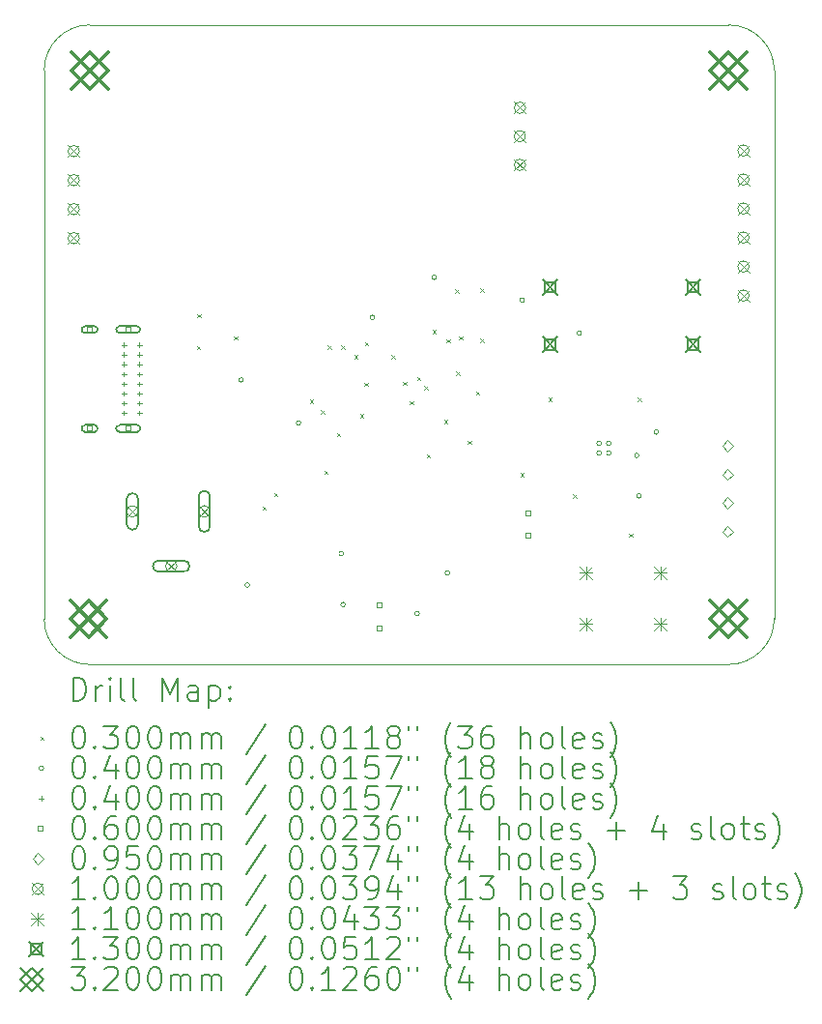
<source format=gbr>
%TF.GenerationSoftware,KiCad,Pcbnew,7.0.8*%
%TF.CreationDate,2023-12-30T22:16:51-05:00*%
%TF.ProjectId,Pump_Control_Board,50756d70-5f43-46f6-9e74-726f6c5f426f,rev?*%
%TF.SameCoordinates,Original*%
%TF.FileFunction,Drillmap*%
%TF.FilePolarity,Positive*%
%FSLAX45Y45*%
G04 Gerber Fmt 4.5, Leading zero omitted, Abs format (unit mm)*
G04 Created by KiCad (PCBNEW 7.0.8) date 2023-12-30 22:16:51*
%MOMM*%
%LPD*%
G01*
G04 APERTURE LIST*
%ADD10C,0.100000*%
%ADD11C,0.200000*%
%ADD12C,0.030000*%
%ADD13C,0.040000*%
%ADD14C,0.060000*%
%ADD15C,0.095000*%
%ADD16C,0.110000*%
%ADD17C,0.130000*%
%ADD18C,0.320000*%
G04 APERTURE END LIST*
D10*
X6800000Y-8800000D02*
G75*
G03*
X7200000Y-9200000I400000J0D01*
G01*
X13200000Y-4000000D02*
G75*
G03*
X12800000Y-3600000I-400000J0D01*
G01*
X13200000Y-4000000D02*
X13200000Y-8800000D01*
X6800000Y-8800000D02*
X6800000Y-4000000D01*
X7200000Y-3600000D02*
G75*
G03*
X6800000Y-4000000I0J-400000D01*
G01*
X12800000Y-9200000D02*
X7200000Y-9200000D01*
X7200000Y-3600000D02*
X12800000Y-3600000D01*
X12800000Y-9200000D02*
G75*
G03*
X13200000Y-8800000I0J400000D01*
G01*
D11*
D12*
X8137500Y-6412500D02*
X8167500Y-6442500D01*
X8167500Y-6412500D02*
X8137500Y-6442500D01*
X8142500Y-6132500D02*
X8172500Y-6162500D01*
X8172500Y-6132500D02*
X8142500Y-6162500D01*
X8465000Y-6325000D02*
X8495000Y-6355000D01*
X8495000Y-6325000D02*
X8465000Y-6355000D01*
X8715000Y-7815000D02*
X8745000Y-7845000D01*
X8745000Y-7815000D02*
X8715000Y-7845000D01*
X8817500Y-7697500D02*
X8847500Y-7727500D01*
X8847500Y-7697500D02*
X8817500Y-7727500D01*
X9127500Y-6882500D02*
X9157500Y-6912500D01*
X9157500Y-6882500D02*
X9127500Y-6912500D01*
X9225000Y-6975000D02*
X9255000Y-7005000D01*
X9255000Y-6975000D02*
X9225000Y-7005000D01*
X9255000Y-7502500D02*
X9285000Y-7532500D01*
X9285000Y-7502500D02*
X9255000Y-7532500D01*
X9287500Y-6405000D02*
X9317500Y-6435000D01*
X9317500Y-6405000D02*
X9287500Y-6435000D01*
X9365000Y-7172500D02*
X9395000Y-7202500D01*
X9395000Y-7172500D02*
X9365000Y-7202500D01*
X9402500Y-6407500D02*
X9432500Y-6437500D01*
X9432500Y-6407500D02*
X9402500Y-6437500D01*
X9520000Y-6492500D02*
X9550000Y-6522500D01*
X9550000Y-6492500D02*
X9520000Y-6522500D01*
X9567500Y-7007500D02*
X9597500Y-7037500D01*
X9597500Y-7007500D02*
X9567500Y-7037500D01*
X9605000Y-6732500D02*
X9635000Y-6762500D01*
X9635000Y-6732500D02*
X9605000Y-6762500D01*
X9612500Y-6377500D02*
X9642500Y-6407500D01*
X9642500Y-6377500D02*
X9612500Y-6407500D01*
X9845000Y-6490000D02*
X9875000Y-6520000D01*
X9875000Y-6490000D02*
X9845000Y-6520000D01*
X9945000Y-6725000D02*
X9975000Y-6755000D01*
X9975000Y-6725000D02*
X9945000Y-6755000D01*
X10005000Y-6892500D02*
X10035000Y-6922500D01*
X10035000Y-6892500D02*
X10005000Y-6922500D01*
X10070000Y-6680000D02*
X10100000Y-6710000D01*
X10100000Y-6680000D02*
X10070000Y-6710000D01*
X10130000Y-6760000D02*
X10160000Y-6790000D01*
X10160000Y-6760000D02*
X10130000Y-6790000D01*
X10155000Y-7357500D02*
X10185000Y-7387500D01*
X10185000Y-7357500D02*
X10155000Y-7387500D01*
X10205000Y-6270000D02*
X10235000Y-6300000D01*
X10235000Y-6270000D02*
X10205000Y-6300000D01*
X10305000Y-7057500D02*
X10335000Y-7087500D01*
X10335000Y-7057500D02*
X10305000Y-7087500D01*
X10325000Y-6350000D02*
X10355000Y-6380000D01*
X10355000Y-6350000D02*
X10325000Y-6380000D01*
X10405000Y-5915000D02*
X10435000Y-5945000D01*
X10435000Y-5915000D02*
X10405000Y-5945000D01*
X10410000Y-6635000D02*
X10440000Y-6665000D01*
X10440000Y-6635000D02*
X10410000Y-6665000D01*
X10435000Y-6325000D02*
X10465000Y-6355000D01*
X10465000Y-6325000D02*
X10435000Y-6355000D01*
X10515000Y-7240000D02*
X10545000Y-7270000D01*
X10545000Y-7240000D02*
X10515000Y-7270000D01*
X10585000Y-6810000D02*
X10615000Y-6840000D01*
X10615000Y-6810000D02*
X10585000Y-6840000D01*
X10625000Y-5905000D02*
X10655000Y-5935000D01*
X10655000Y-5905000D02*
X10625000Y-5935000D01*
X10625000Y-6345000D02*
X10655000Y-6375000D01*
X10655000Y-6345000D02*
X10625000Y-6375000D01*
X10975000Y-7525000D02*
X11005000Y-7555000D01*
X11005000Y-7525000D02*
X10975000Y-7555000D01*
X11220000Y-6865000D02*
X11250000Y-6895000D01*
X11250000Y-6865000D02*
X11220000Y-6895000D01*
X11437500Y-7712500D02*
X11467500Y-7742500D01*
X11467500Y-7712500D02*
X11437500Y-7742500D01*
X11925000Y-8055000D02*
X11955000Y-8085000D01*
X11955000Y-8055000D02*
X11925000Y-8085000D01*
X12005000Y-6862500D02*
X12035000Y-6892500D01*
X12035000Y-6862500D02*
X12005000Y-6892500D01*
D13*
X8547000Y-6709000D02*
G75*
G03*
X8547000Y-6709000I-20000J0D01*
G01*
X8600000Y-8505000D02*
G75*
G03*
X8600000Y-8505000I-20000J0D01*
G01*
X9050000Y-7085000D02*
G75*
G03*
X9050000Y-7085000I-20000J0D01*
G01*
X9425000Y-8230000D02*
G75*
G03*
X9425000Y-8230000I-20000J0D01*
G01*
X9440000Y-8675000D02*
G75*
G03*
X9440000Y-8675000I-20000J0D01*
G01*
X9697400Y-6159500D02*
G75*
G03*
X9697400Y-6159500I-20000J0D01*
G01*
X10090000Y-8755000D02*
G75*
G03*
X10090000Y-8755000I-20000J0D01*
G01*
X10240000Y-5810000D02*
G75*
G03*
X10240000Y-5810000I-20000J0D01*
G01*
X10355000Y-8400000D02*
G75*
G03*
X10355000Y-8400000I-20000J0D01*
G01*
X11010000Y-6010000D02*
G75*
G03*
X11010000Y-6010000I-20000J0D01*
G01*
X11510000Y-6300000D02*
G75*
G03*
X11510000Y-6300000I-20000J0D01*
G01*
X11685000Y-7265000D02*
G75*
G03*
X11685000Y-7265000I-20000J0D01*
G01*
X11685000Y-7350000D02*
G75*
G03*
X11685000Y-7350000I-20000J0D01*
G01*
X11770000Y-7265000D02*
G75*
G03*
X11770000Y-7265000I-20000J0D01*
G01*
X11770000Y-7350000D02*
G75*
G03*
X11770000Y-7350000I-20000J0D01*
G01*
X12015000Y-7370000D02*
G75*
G03*
X12015000Y-7370000I-20000J0D01*
G01*
X12035000Y-7725000D02*
G75*
G03*
X12035000Y-7725000I-20000J0D01*
G01*
X12185000Y-7165000D02*
G75*
G03*
X12185000Y-7165000I-20000J0D01*
G01*
X7499900Y-6382620D02*
X7499900Y-6422620D01*
X7479900Y-6402620D02*
X7519900Y-6402620D01*
X7499900Y-6467620D02*
X7499900Y-6507620D01*
X7479900Y-6487620D02*
X7519900Y-6487620D01*
X7499900Y-6552620D02*
X7499900Y-6592620D01*
X7479900Y-6572620D02*
X7519900Y-6572620D01*
X7499900Y-6637620D02*
X7499900Y-6677620D01*
X7479900Y-6657620D02*
X7519900Y-6657620D01*
X7499900Y-6722620D02*
X7499900Y-6762620D01*
X7479900Y-6742620D02*
X7519900Y-6742620D01*
X7499900Y-6807620D02*
X7499900Y-6847620D01*
X7479900Y-6827620D02*
X7519900Y-6827620D01*
X7499900Y-6892620D02*
X7499900Y-6932620D01*
X7479900Y-6912620D02*
X7519900Y-6912620D01*
X7499900Y-6977620D02*
X7499900Y-7017620D01*
X7479900Y-6997620D02*
X7519900Y-6997620D01*
X7634900Y-6382620D02*
X7634900Y-6422620D01*
X7614900Y-6402620D02*
X7654900Y-6402620D01*
X7634900Y-6467620D02*
X7634900Y-6507620D01*
X7614900Y-6487620D02*
X7654900Y-6487620D01*
X7634900Y-6552620D02*
X7634900Y-6592620D01*
X7614900Y-6572620D02*
X7654900Y-6572620D01*
X7634900Y-6637620D02*
X7634900Y-6677620D01*
X7614900Y-6657620D02*
X7654900Y-6657620D01*
X7634900Y-6722620D02*
X7634900Y-6762620D01*
X7614900Y-6742620D02*
X7654900Y-6742620D01*
X7634900Y-6807620D02*
X7634900Y-6847620D01*
X7614900Y-6827620D02*
X7654900Y-6827620D01*
X7634900Y-6892620D02*
X7634900Y-6932620D01*
X7614900Y-6912620D02*
X7654900Y-6912620D01*
X7634900Y-6977620D02*
X7634900Y-7017620D01*
X7614900Y-6997620D02*
X7654900Y-6997620D01*
D14*
X7220113Y-6288833D02*
X7220113Y-6246407D01*
X7177687Y-6246407D01*
X7177687Y-6288833D01*
X7220113Y-6288833D01*
D11*
X7238900Y-6237620D02*
X7158900Y-6237620D01*
X7158900Y-6237620D02*
G75*
G03*
X7158900Y-6297620I0J-30000D01*
G01*
X7158900Y-6297620D02*
X7238900Y-6297620D01*
X7238900Y-6297620D02*
G75*
G03*
X7238900Y-6237620I0J30000D01*
G01*
D14*
X7220113Y-7153833D02*
X7220113Y-7111407D01*
X7177687Y-7111407D01*
X7177687Y-7153833D01*
X7220113Y-7153833D01*
D11*
X7238900Y-7102620D02*
X7158900Y-7102620D01*
X7158900Y-7102620D02*
G75*
G03*
X7158900Y-7162620I0J-30000D01*
G01*
X7158900Y-7162620D02*
X7238900Y-7162620D01*
X7238900Y-7162620D02*
G75*
G03*
X7238900Y-7102620I0J30000D01*
G01*
D14*
X7558113Y-6288833D02*
X7558113Y-6246407D01*
X7515687Y-6246407D01*
X7515687Y-6288833D01*
X7558113Y-6288833D01*
D11*
X7611900Y-6237620D02*
X7461900Y-6237620D01*
X7461900Y-6237620D02*
G75*
G03*
X7461900Y-6297620I0J-30000D01*
G01*
X7461900Y-6297620D02*
X7611900Y-6297620D01*
X7611900Y-6297620D02*
G75*
G03*
X7611900Y-6237620I0J30000D01*
G01*
D14*
X7558113Y-7153833D02*
X7558113Y-7111407D01*
X7515687Y-7111407D01*
X7515687Y-7153833D01*
X7558113Y-7153833D01*
D11*
X7611900Y-7102620D02*
X7461900Y-7102620D01*
X7461900Y-7102620D02*
G75*
G03*
X7461900Y-7162620I0J-30000D01*
G01*
X7461900Y-7162620D02*
X7611900Y-7162620D01*
X7611900Y-7162620D02*
G75*
G03*
X7611900Y-7102620I0J30000D01*
G01*
D14*
X9761213Y-8698473D02*
X9761213Y-8656047D01*
X9718787Y-8656047D01*
X9718787Y-8698473D01*
X9761213Y-8698473D01*
X9761213Y-8898473D02*
X9761213Y-8856047D01*
X9718787Y-8856047D01*
X9718787Y-8898473D01*
X9761213Y-8898473D01*
X11061213Y-7891213D02*
X11061213Y-7848787D01*
X11018787Y-7848787D01*
X11018787Y-7891213D01*
X11061213Y-7891213D01*
X11061213Y-8091213D02*
X11061213Y-8048787D01*
X11018787Y-8048787D01*
X11018787Y-8091213D01*
X11061213Y-8091213D01*
D15*
X12792500Y-7332500D02*
X12840000Y-7285000D01*
X12792500Y-7237500D01*
X12745000Y-7285000D01*
X12792500Y-7332500D01*
X12792500Y-7582500D02*
X12840000Y-7535000D01*
X12792500Y-7487500D01*
X12745000Y-7535000D01*
X12792500Y-7582500D01*
X12792500Y-7832500D02*
X12840000Y-7785000D01*
X12792500Y-7737500D01*
X12745000Y-7785000D01*
X12792500Y-7832500D01*
X12792500Y-8082500D02*
X12840000Y-8035000D01*
X12792500Y-7987500D01*
X12745000Y-8035000D01*
X12792500Y-8082500D01*
D10*
X7010000Y-4656000D02*
X7110000Y-4756000D01*
X7110000Y-4656000D02*
X7010000Y-4756000D01*
X7110000Y-4706000D02*
G75*
G03*
X7110000Y-4706000I-50000J0D01*
G01*
X7010000Y-4910000D02*
X7110000Y-5010000D01*
X7110000Y-4910000D02*
X7010000Y-5010000D01*
X7110000Y-4960000D02*
G75*
G03*
X7110000Y-4960000I-50000J0D01*
G01*
X7010000Y-5164000D02*
X7110000Y-5264000D01*
X7110000Y-5164000D02*
X7010000Y-5264000D01*
X7110000Y-5214000D02*
G75*
G03*
X7110000Y-5214000I-50000J0D01*
G01*
X7010000Y-5418000D02*
X7110000Y-5518000D01*
X7110000Y-5418000D02*
X7010000Y-5518000D01*
X7110000Y-5468000D02*
G75*
G03*
X7110000Y-5468000I-50000J0D01*
G01*
X7524200Y-7810000D02*
X7624200Y-7910000D01*
X7624200Y-7810000D02*
X7524200Y-7910000D01*
X7624200Y-7860000D02*
G75*
G03*
X7624200Y-7860000I-50000J0D01*
G01*
D11*
X7524200Y-7750000D02*
X7524200Y-7970000D01*
X7524200Y-7970000D02*
G75*
G03*
X7624200Y-7970000I50000J0D01*
G01*
X7624200Y-7970000D02*
X7624200Y-7750000D01*
X7624200Y-7750000D02*
G75*
G03*
X7524200Y-7750000I-50000J0D01*
G01*
D10*
X7864200Y-8290000D02*
X7964200Y-8390000D01*
X7964200Y-8290000D02*
X7864200Y-8390000D01*
X7964200Y-8340000D02*
G75*
G03*
X7964200Y-8340000I-50000J0D01*
G01*
D11*
X8024200Y-8290000D02*
X7804200Y-8290000D01*
X7804200Y-8290000D02*
G75*
G03*
X7804200Y-8390000I0J-50000D01*
G01*
X7804200Y-8390000D02*
X8024200Y-8390000D01*
X8024200Y-8390000D02*
G75*
G03*
X8024200Y-8290000I0J50000D01*
G01*
D10*
X8154200Y-7810000D02*
X8254200Y-7910000D01*
X8254200Y-7810000D02*
X8154200Y-7910000D01*
X8254200Y-7860000D02*
G75*
G03*
X8254200Y-7860000I-50000J0D01*
G01*
D11*
X8154200Y-7730000D02*
X8154200Y-7990000D01*
X8154200Y-7990000D02*
G75*
G03*
X8254200Y-7990000I50000J0D01*
G01*
X8254200Y-7990000D02*
X8254200Y-7730000D01*
X8254200Y-7730000D02*
G75*
G03*
X8154200Y-7730000I-50000J0D01*
G01*
D10*
X10920000Y-4275000D02*
X11020000Y-4375000D01*
X11020000Y-4275000D02*
X10920000Y-4375000D01*
X11020000Y-4325000D02*
G75*
G03*
X11020000Y-4325000I-50000J0D01*
G01*
X10920000Y-4525000D02*
X11020000Y-4625000D01*
X11020000Y-4525000D02*
X10920000Y-4625000D01*
X11020000Y-4575000D02*
G75*
G03*
X11020000Y-4575000I-50000J0D01*
G01*
X10920000Y-4775000D02*
X11020000Y-4875000D01*
X11020000Y-4775000D02*
X10920000Y-4875000D01*
X11020000Y-4825000D02*
G75*
G03*
X11020000Y-4825000I-50000J0D01*
G01*
X12880000Y-4650000D02*
X12980000Y-4750000D01*
X12980000Y-4650000D02*
X12880000Y-4750000D01*
X12980000Y-4700000D02*
G75*
G03*
X12980000Y-4700000I-50000J0D01*
G01*
X12880000Y-4904000D02*
X12980000Y-5004000D01*
X12980000Y-4904000D02*
X12880000Y-5004000D01*
X12980000Y-4954000D02*
G75*
G03*
X12980000Y-4954000I-50000J0D01*
G01*
X12880000Y-5158000D02*
X12980000Y-5258000D01*
X12980000Y-5158000D02*
X12880000Y-5258000D01*
X12980000Y-5208000D02*
G75*
G03*
X12980000Y-5208000I-50000J0D01*
G01*
X12880000Y-5412000D02*
X12980000Y-5512000D01*
X12980000Y-5412000D02*
X12880000Y-5512000D01*
X12980000Y-5462000D02*
G75*
G03*
X12980000Y-5462000I-50000J0D01*
G01*
X12880000Y-5666000D02*
X12980000Y-5766000D01*
X12980000Y-5666000D02*
X12880000Y-5766000D01*
X12980000Y-5716000D02*
G75*
G03*
X12980000Y-5716000I-50000J0D01*
G01*
X12880000Y-5920000D02*
X12980000Y-6020000D01*
X12980000Y-5920000D02*
X12880000Y-6020000D01*
X12980000Y-5970000D02*
G75*
G03*
X12980000Y-5970000I-50000J0D01*
G01*
D16*
X11497000Y-8339700D02*
X11607000Y-8449700D01*
X11607000Y-8339700D02*
X11497000Y-8449700D01*
X11552000Y-8339700D02*
X11552000Y-8449700D01*
X11497000Y-8394700D02*
X11607000Y-8394700D01*
X11497000Y-8789700D02*
X11607000Y-8899700D01*
X11607000Y-8789700D02*
X11497000Y-8899700D01*
X11552000Y-8789700D02*
X11552000Y-8899700D01*
X11497000Y-8844700D02*
X11607000Y-8844700D01*
X12147000Y-8339700D02*
X12257000Y-8449700D01*
X12257000Y-8339700D02*
X12147000Y-8449700D01*
X12202000Y-8339700D02*
X12202000Y-8449700D01*
X12147000Y-8394700D02*
X12257000Y-8394700D01*
X12147000Y-8789700D02*
X12257000Y-8899700D01*
X12257000Y-8789700D02*
X12147000Y-8899700D01*
X12202000Y-8789700D02*
X12202000Y-8899700D01*
X12147000Y-8844700D02*
X12257000Y-8844700D01*
D17*
X11172800Y-5831800D02*
X11302800Y-5961800D01*
X11302800Y-5831800D02*
X11172800Y-5961800D01*
X11283762Y-5942762D02*
X11283762Y-5850838D01*
X11191838Y-5850838D01*
X11191838Y-5942762D01*
X11283762Y-5942762D01*
X11172800Y-6331800D02*
X11302800Y-6461800D01*
X11302800Y-6331800D02*
X11172800Y-6461800D01*
X11283762Y-6442762D02*
X11283762Y-6350838D01*
X11191838Y-6350838D01*
X11191838Y-6442762D01*
X11283762Y-6442762D01*
X12422800Y-5831800D02*
X12552800Y-5961800D01*
X12552800Y-5831800D02*
X12422800Y-5961800D01*
X12533762Y-5942762D02*
X12533762Y-5850838D01*
X12441838Y-5850838D01*
X12441838Y-5942762D01*
X12533762Y-5942762D01*
X12422800Y-6331800D02*
X12552800Y-6461800D01*
X12552800Y-6331800D02*
X12422800Y-6461800D01*
X12533762Y-6442762D02*
X12533762Y-6350838D01*
X12441838Y-6350838D01*
X12441838Y-6442762D01*
X12533762Y-6442762D01*
D18*
X7028200Y-8640000D02*
X7348200Y-8960000D01*
X7348200Y-8640000D02*
X7028200Y-8960000D01*
X7188200Y-8960000D02*
X7348200Y-8800000D01*
X7188200Y-8640000D01*
X7028200Y-8800000D01*
X7188200Y-8960000D01*
X7040000Y-3840000D02*
X7360000Y-4160000D01*
X7360000Y-3840000D02*
X7040000Y-4160000D01*
X7200000Y-4160000D02*
X7360000Y-4000000D01*
X7200000Y-3840000D01*
X7040000Y-4000000D01*
X7200000Y-4160000D01*
X12640000Y-3840000D02*
X12960000Y-4160000D01*
X12960000Y-3840000D02*
X12640000Y-4160000D01*
X12800000Y-4160000D02*
X12960000Y-4000000D01*
X12800000Y-3840000D01*
X12640000Y-4000000D01*
X12800000Y-4160000D01*
X12640000Y-8640000D02*
X12960000Y-8960000D01*
X12960000Y-8640000D02*
X12640000Y-8960000D01*
X12800000Y-8960000D02*
X12960000Y-8800000D01*
X12800000Y-8640000D01*
X12640000Y-8800000D01*
X12800000Y-8960000D01*
D11*
X7055777Y-9516484D02*
X7055777Y-9316484D01*
X7055777Y-9316484D02*
X7103396Y-9316484D01*
X7103396Y-9316484D02*
X7131967Y-9326008D01*
X7131967Y-9326008D02*
X7151015Y-9345055D01*
X7151015Y-9345055D02*
X7160539Y-9364103D01*
X7160539Y-9364103D02*
X7170062Y-9402198D01*
X7170062Y-9402198D02*
X7170062Y-9430770D01*
X7170062Y-9430770D02*
X7160539Y-9468865D01*
X7160539Y-9468865D02*
X7151015Y-9487912D01*
X7151015Y-9487912D02*
X7131967Y-9506960D01*
X7131967Y-9506960D02*
X7103396Y-9516484D01*
X7103396Y-9516484D02*
X7055777Y-9516484D01*
X7255777Y-9516484D02*
X7255777Y-9383150D01*
X7255777Y-9421246D02*
X7265301Y-9402198D01*
X7265301Y-9402198D02*
X7274824Y-9392674D01*
X7274824Y-9392674D02*
X7293872Y-9383150D01*
X7293872Y-9383150D02*
X7312920Y-9383150D01*
X7379586Y-9516484D02*
X7379586Y-9383150D01*
X7379586Y-9316484D02*
X7370062Y-9326008D01*
X7370062Y-9326008D02*
X7379586Y-9335531D01*
X7379586Y-9335531D02*
X7389110Y-9326008D01*
X7389110Y-9326008D02*
X7379586Y-9316484D01*
X7379586Y-9316484D02*
X7379586Y-9335531D01*
X7503396Y-9516484D02*
X7484348Y-9506960D01*
X7484348Y-9506960D02*
X7474824Y-9487912D01*
X7474824Y-9487912D02*
X7474824Y-9316484D01*
X7608158Y-9516484D02*
X7589110Y-9506960D01*
X7589110Y-9506960D02*
X7579586Y-9487912D01*
X7579586Y-9487912D02*
X7579586Y-9316484D01*
X7836729Y-9516484D02*
X7836729Y-9316484D01*
X7836729Y-9316484D02*
X7903396Y-9459341D01*
X7903396Y-9459341D02*
X7970062Y-9316484D01*
X7970062Y-9316484D02*
X7970062Y-9516484D01*
X8151015Y-9516484D02*
X8151015Y-9411722D01*
X8151015Y-9411722D02*
X8141491Y-9392674D01*
X8141491Y-9392674D02*
X8122443Y-9383150D01*
X8122443Y-9383150D02*
X8084348Y-9383150D01*
X8084348Y-9383150D02*
X8065301Y-9392674D01*
X8151015Y-9506960D02*
X8131967Y-9516484D01*
X8131967Y-9516484D02*
X8084348Y-9516484D01*
X8084348Y-9516484D02*
X8065301Y-9506960D01*
X8065301Y-9506960D02*
X8055777Y-9487912D01*
X8055777Y-9487912D02*
X8055777Y-9468865D01*
X8055777Y-9468865D02*
X8065301Y-9449817D01*
X8065301Y-9449817D02*
X8084348Y-9440293D01*
X8084348Y-9440293D02*
X8131967Y-9440293D01*
X8131967Y-9440293D02*
X8151015Y-9430770D01*
X8246253Y-9383150D02*
X8246253Y-9583150D01*
X8246253Y-9392674D02*
X8265301Y-9383150D01*
X8265301Y-9383150D02*
X8303396Y-9383150D01*
X8303396Y-9383150D02*
X8322443Y-9392674D01*
X8322443Y-9392674D02*
X8331967Y-9402198D01*
X8331967Y-9402198D02*
X8341491Y-9421246D01*
X8341491Y-9421246D02*
X8341491Y-9478389D01*
X8341491Y-9478389D02*
X8331967Y-9497436D01*
X8331967Y-9497436D02*
X8322443Y-9506960D01*
X8322443Y-9506960D02*
X8303396Y-9516484D01*
X8303396Y-9516484D02*
X8265301Y-9516484D01*
X8265301Y-9516484D02*
X8246253Y-9506960D01*
X8427205Y-9497436D02*
X8436729Y-9506960D01*
X8436729Y-9506960D02*
X8427205Y-9516484D01*
X8427205Y-9516484D02*
X8417682Y-9506960D01*
X8417682Y-9506960D02*
X8427205Y-9497436D01*
X8427205Y-9497436D02*
X8427205Y-9516484D01*
X8427205Y-9392674D02*
X8436729Y-9402198D01*
X8436729Y-9402198D02*
X8427205Y-9411722D01*
X8427205Y-9411722D02*
X8417682Y-9402198D01*
X8417682Y-9402198D02*
X8427205Y-9392674D01*
X8427205Y-9392674D02*
X8427205Y-9411722D01*
D12*
X6765000Y-9830000D02*
X6795000Y-9860000D01*
X6795000Y-9830000D02*
X6765000Y-9860000D01*
D11*
X7093872Y-9736484D02*
X7112920Y-9736484D01*
X7112920Y-9736484D02*
X7131967Y-9746008D01*
X7131967Y-9746008D02*
X7141491Y-9755531D01*
X7141491Y-9755531D02*
X7151015Y-9774579D01*
X7151015Y-9774579D02*
X7160539Y-9812674D01*
X7160539Y-9812674D02*
X7160539Y-9860293D01*
X7160539Y-9860293D02*
X7151015Y-9898389D01*
X7151015Y-9898389D02*
X7141491Y-9917436D01*
X7141491Y-9917436D02*
X7131967Y-9926960D01*
X7131967Y-9926960D02*
X7112920Y-9936484D01*
X7112920Y-9936484D02*
X7093872Y-9936484D01*
X7093872Y-9936484D02*
X7074824Y-9926960D01*
X7074824Y-9926960D02*
X7065301Y-9917436D01*
X7065301Y-9917436D02*
X7055777Y-9898389D01*
X7055777Y-9898389D02*
X7046253Y-9860293D01*
X7046253Y-9860293D02*
X7046253Y-9812674D01*
X7046253Y-9812674D02*
X7055777Y-9774579D01*
X7055777Y-9774579D02*
X7065301Y-9755531D01*
X7065301Y-9755531D02*
X7074824Y-9746008D01*
X7074824Y-9746008D02*
X7093872Y-9736484D01*
X7246253Y-9917436D02*
X7255777Y-9926960D01*
X7255777Y-9926960D02*
X7246253Y-9936484D01*
X7246253Y-9936484D02*
X7236729Y-9926960D01*
X7236729Y-9926960D02*
X7246253Y-9917436D01*
X7246253Y-9917436D02*
X7246253Y-9936484D01*
X7322443Y-9736484D02*
X7446253Y-9736484D01*
X7446253Y-9736484D02*
X7379586Y-9812674D01*
X7379586Y-9812674D02*
X7408158Y-9812674D01*
X7408158Y-9812674D02*
X7427205Y-9822198D01*
X7427205Y-9822198D02*
X7436729Y-9831722D01*
X7436729Y-9831722D02*
X7446253Y-9850770D01*
X7446253Y-9850770D02*
X7446253Y-9898389D01*
X7446253Y-9898389D02*
X7436729Y-9917436D01*
X7436729Y-9917436D02*
X7427205Y-9926960D01*
X7427205Y-9926960D02*
X7408158Y-9936484D01*
X7408158Y-9936484D02*
X7351015Y-9936484D01*
X7351015Y-9936484D02*
X7331967Y-9926960D01*
X7331967Y-9926960D02*
X7322443Y-9917436D01*
X7570062Y-9736484D02*
X7589110Y-9736484D01*
X7589110Y-9736484D02*
X7608158Y-9746008D01*
X7608158Y-9746008D02*
X7617682Y-9755531D01*
X7617682Y-9755531D02*
X7627205Y-9774579D01*
X7627205Y-9774579D02*
X7636729Y-9812674D01*
X7636729Y-9812674D02*
X7636729Y-9860293D01*
X7636729Y-9860293D02*
X7627205Y-9898389D01*
X7627205Y-9898389D02*
X7617682Y-9917436D01*
X7617682Y-9917436D02*
X7608158Y-9926960D01*
X7608158Y-9926960D02*
X7589110Y-9936484D01*
X7589110Y-9936484D02*
X7570062Y-9936484D01*
X7570062Y-9936484D02*
X7551015Y-9926960D01*
X7551015Y-9926960D02*
X7541491Y-9917436D01*
X7541491Y-9917436D02*
X7531967Y-9898389D01*
X7531967Y-9898389D02*
X7522443Y-9860293D01*
X7522443Y-9860293D02*
X7522443Y-9812674D01*
X7522443Y-9812674D02*
X7531967Y-9774579D01*
X7531967Y-9774579D02*
X7541491Y-9755531D01*
X7541491Y-9755531D02*
X7551015Y-9746008D01*
X7551015Y-9746008D02*
X7570062Y-9736484D01*
X7760539Y-9736484D02*
X7779586Y-9736484D01*
X7779586Y-9736484D02*
X7798634Y-9746008D01*
X7798634Y-9746008D02*
X7808158Y-9755531D01*
X7808158Y-9755531D02*
X7817682Y-9774579D01*
X7817682Y-9774579D02*
X7827205Y-9812674D01*
X7827205Y-9812674D02*
X7827205Y-9860293D01*
X7827205Y-9860293D02*
X7817682Y-9898389D01*
X7817682Y-9898389D02*
X7808158Y-9917436D01*
X7808158Y-9917436D02*
X7798634Y-9926960D01*
X7798634Y-9926960D02*
X7779586Y-9936484D01*
X7779586Y-9936484D02*
X7760539Y-9936484D01*
X7760539Y-9936484D02*
X7741491Y-9926960D01*
X7741491Y-9926960D02*
X7731967Y-9917436D01*
X7731967Y-9917436D02*
X7722443Y-9898389D01*
X7722443Y-9898389D02*
X7712920Y-9860293D01*
X7712920Y-9860293D02*
X7712920Y-9812674D01*
X7712920Y-9812674D02*
X7722443Y-9774579D01*
X7722443Y-9774579D02*
X7731967Y-9755531D01*
X7731967Y-9755531D02*
X7741491Y-9746008D01*
X7741491Y-9746008D02*
X7760539Y-9736484D01*
X7912920Y-9936484D02*
X7912920Y-9803150D01*
X7912920Y-9822198D02*
X7922443Y-9812674D01*
X7922443Y-9812674D02*
X7941491Y-9803150D01*
X7941491Y-9803150D02*
X7970063Y-9803150D01*
X7970063Y-9803150D02*
X7989110Y-9812674D01*
X7989110Y-9812674D02*
X7998634Y-9831722D01*
X7998634Y-9831722D02*
X7998634Y-9936484D01*
X7998634Y-9831722D02*
X8008158Y-9812674D01*
X8008158Y-9812674D02*
X8027205Y-9803150D01*
X8027205Y-9803150D02*
X8055777Y-9803150D01*
X8055777Y-9803150D02*
X8074824Y-9812674D01*
X8074824Y-9812674D02*
X8084348Y-9831722D01*
X8084348Y-9831722D02*
X8084348Y-9936484D01*
X8179586Y-9936484D02*
X8179586Y-9803150D01*
X8179586Y-9822198D02*
X8189110Y-9812674D01*
X8189110Y-9812674D02*
X8208158Y-9803150D01*
X8208158Y-9803150D02*
X8236729Y-9803150D01*
X8236729Y-9803150D02*
X8255777Y-9812674D01*
X8255777Y-9812674D02*
X8265301Y-9831722D01*
X8265301Y-9831722D02*
X8265301Y-9936484D01*
X8265301Y-9831722D02*
X8274824Y-9812674D01*
X8274824Y-9812674D02*
X8293872Y-9803150D01*
X8293872Y-9803150D02*
X8322443Y-9803150D01*
X8322443Y-9803150D02*
X8341491Y-9812674D01*
X8341491Y-9812674D02*
X8351015Y-9831722D01*
X8351015Y-9831722D02*
X8351015Y-9936484D01*
X8741491Y-9726960D02*
X8570063Y-9984103D01*
X8998634Y-9736484D02*
X9017682Y-9736484D01*
X9017682Y-9736484D02*
X9036729Y-9746008D01*
X9036729Y-9746008D02*
X9046253Y-9755531D01*
X9046253Y-9755531D02*
X9055777Y-9774579D01*
X9055777Y-9774579D02*
X9065301Y-9812674D01*
X9065301Y-9812674D02*
X9065301Y-9860293D01*
X9065301Y-9860293D02*
X9055777Y-9898389D01*
X9055777Y-9898389D02*
X9046253Y-9917436D01*
X9046253Y-9917436D02*
X9036729Y-9926960D01*
X9036729Y-9926960D02*
X9017682Y-9936484D01*
X9017682Y-9936484D02*
X8998634Y-9936484D01*
X8998634Y-9936484D02*
X8979587Y-9926960D01*
X8979587Y-9926960D02*
X8970063Y-9917436D01*
X8970063Y-9917436D02*
X8960539Y-9898389D01*
X8960539Y-9898389D02*
X8951015Y-9860293D01*
X8951015Y-9860293D02*
X8951015Y-9812674D01*
X8951015Y-9812674D02*
X8960539Y-9774579D01*
X8960539Y-9774579D02*
X8970063Y-9755531D01*
X8970063Y-9755531D02*
X8979587Y-9746008D01*
X8979587Y-9746008D02*
X8998634Y-9736484D01*
X9151015Y-9917436D02*
X9160539Y-9926960D01*
X9160539Y-9926960D02*
X9151015Y-9936484D01*
X9151015Y-9936484D02*
X9141491Y-9926960D01*
X9141491Y-9926960D02*
X9151015Y-9917436D01*
X9151015Y-9917436D02*
X9151015Y-9936484D01*
X9284348Y-9736484D02*
X9303396Y-9736484D01*
X9303396Y-9736484D02*
X9322444Y-9746008D01*
X9322444Y-9746008D02*
X9331968Y-9755531D01*
X9331968Y-9755531D02*
X9341491Y-9774579D01*
X9341491Y-9774579D02*
X9351015Y-9812674D01*
X9351015Y-9812674D02*
X9351015Y-9860293D01*
X9351015Y-9860293D02*
X9341491Y-9898389D01*
X9341491Y-9898389D02*
X9331968Y-9917436D01*
X9331968Y-9917436D02*
X9322444Y-9926960D01*
X9322444Y-9926960D02*
X9303396Y-9936484D01*
X9303396Y-9936484D02*
X9284348Y-9936484D01*
X9284348Y-9936484D02*
X9265301Y-9926960D01*
X9265301Y-9926960D02*
X9255777Y-9917436D01*
X9255777Y-9917436D02*
X9246253Y-9898389D01*
X9246253Y-9898389D02*
X9236729Y-9860293D01*
X9236729Y-9860293D02*
X9236729Y-9812674D01*
X9236729Y-9812674D02*
X9246253Y-9774579D01*
X9246253Y-9774579D02*
X9255777Y-9755531D01*
X9255777Y-9755531D02*
X9265301Y-9746008D01*
X9265301Y-9746008D02*
X9284348Y-9736484D01*
X9541491Y-9936484D02*
X9427206Y-9936484D01*
X9484348Y-9936484D02*
X9484348Y-9736484D01*
X9484348Y-9736484D02*
X9465301Y-9765055D01*
X9465301Y-9765055D02*
X9446253Y-9784103D01*
X9446253Y-9784103D02*
X9427206Y-9793627D01*
X9731968Y-9936484D02*
X9617682Y-9936484D01*
X9674825Y-9936484D02*
X9674825Y-9736484D01*
X9674825Y-9736484D02*
X9655777Y-9765055D01*
X9655777Y-9765055D02*
X9636729Y-9784103D01*
X9636729Y-9784103D02*
X9617682Y-9793627D01*
X9846253Y-9822198D02*
X9827206Y-9812674D01*
X9827206Y-9812674D02*
X9817682Y-9803150D01*
X9817682Y-9803150D02*
X9808158Y-9784103D01*
X9808158Y-9784103D02*
X9808158Y-9774579D01*
X9808158Y-9774579D02*
X9817682Y-9755531D01*
X9817682Y-9755531D02*
X9827206Y-9746008D01*
X9827206Y-9746008D02*
X9846253Y-9736484D01*
X9846253Y-9736484D02*
X9884349Y-9736484D01*
X9884349Y-9736484D02*
X9903396Y-9746008D01*
X9903396Y-9746008D02*
X9912920Y-9755531D01*
X9912920Y-9755531D02*
X9922444Y-9774579D01*
X9922444Y-9774579D02*
X9922444Y-9784103D01*
X9922444Y-9784103D02*
X9912920Y-9803150D01*
X9912920Y-9803150D02*
X9903396Y-9812674D01*
X9903396Y-9812674D02*
X9884349Y-9822198D01*
X9884349Y-9822198D02*
X9846253Y-9822198D01*
X9846253Y-9822198D02*
X9827206Y-9831722D01*
X9827206Y-9831722D02*
X9817682Y-9841246D01*
X9817682Y-9841246D02*
X9808158Y-9860293D01*
X9808158Y-9860293D02*
X9808158Y-9898389D01*
X9808158Y-9898389D02*
X9817682Y-9917436D01*
X9817682Y-9917436D02*
X9827206Y-9926960D01*
X9827206Y-9926960D02*
X9846253Y-9936484D01*
X9846253Y-9936484D02*
X9884349Y-9936484D01*
X9884349Y-9936484D02*
X9903396Y-9926960D01*
X9903396Y-9926960D02*
X9912920Y-9917436D01*
X9912920Y-9917436D02*
X9922444Y-9898389D01*
X9922444Y-9898389D02*
X9922444Y-9860293D01*
X9922444Y-9860293D02*
X9912920Y-9841246D01*
X9912920Y-9841246D02*
X9903396Y-9831722D01*
X9903396Y-9831722D02*
X9884349Y-9822198D01*
X9998634Y-9736484D02*
X9998634Y-9774579D01*
X10074825Y-9736484D02*
X10074825Y-9774579D01*
X10370063Y-10012674D02*
X10360539Y-10003150D01*
X10360539Y-10003150D02*
X10341491Y-9974579D01*
X10341491Y-9974579D02*
X10331968Y-9955531D01*
X10331968Y-9955531D02*
X10322444Y-9926960D01*
X10322444Y-9926960D02*
X10312920Y-9879341D01*
X10312920Y-9879341D02*
X10312920Y-9841246D01*
X10312920Y-9841246D02*
X10322444Y-9793627D01*
X10322444Y-9793627D02*
X10331968Y-9765055D01*
X10331968Y-9765055D02*
X10341491Y-9746008D01*
X10341491Y-9746008D02*
X10360539Y-9717436D01*
X10360539Y-9717436D02*
X10370063Y-9707912D01*
X10427206Y-9736484D02*
X10551015Y-9736484D01*
X10551015Y-9736484D02*
X10484349Y-9812674D01*
X10484349Y-9812674D02*
X10512920Y-9812674D01*
X10512920Y-9812674D02*
X10531968Y-9822198D01*
X10531968Y-9822198D02*
X10541491Y-9831722D01*
X10541491Y-9831722D02*
X10551015Y-9850770D01*
X10551015Y-9850770D02*
X10551015Y-9898389D01*
X10551015Y-9898389D02*
X10541491Y-9917436D01*
X10541491Y-9917436D02*
X10531968Y-9926960D01*
X10531968Y-9926960D02*
X10512920Y-9936484D01*
X10512920Y-9936484D02*
X10455777Y-9936484D01*
X10455777Y-9936484D02*
X10436730Y-9926960D01*
X10436730Y-9926960D02*
X10427206Y-9917436D01*
X10722444Y-9736484D02*
X10684349Y-9736484D01*
X10684349Y-9736484D02*
X10665301Y-9746008D01*
X10665301Y-9746008D02*
X10655777Y-9755531D01*
X10655777Y-9755531D02*
X10636730Y-9784103D01*
X10636730Y-9784103D02*
X10627206Y-9822198D01*
X10627206Y-9822198D02*
X10627206Y-9898389D01*
X10627206Y-9898389D02*
X10636730Y-9917436D01*
X10636730Y-9917436D02*
X10646253Y-9926960D01*
X10646253Y-9926960D02*
X10665301Y-9936484D01*
X10665301Y-9936484D02*
X10703396Y-9936484D01*
X10703396Y-9936484D02*
X10722444Y-9926960D01*
X10722444Y-9926960D02*
X10731968Y-9917436D01*
X10731968Y-9917436D02*
X10741491Y-9898389D01*
X10741491Y-9898389D02*
X10741491Y-9850770D01*
X10741491Y-9850770D02*
X10731968Y-9831722D01*
X10731968Y-9831722D02*
X10722444Y-9822198D01*
X10722444Y-9822198D02*
X10703396Y-9812674D01*
X10703396Y-9812674D02*
X10665301Y-9812674D01*
X10665301Y-9812674D02*
X10646253Y-9822198D01*
X10646253Y-9822198D02*
X10636730Y-9831722D01*
X10636730Y-9831722D02*
X10627206Y-9850770D01*
X10979587Y-9936484D02*
X10979587Y-9736484D01*
X11065301Y-9936484D02*
X11065301Y-9831722D01*
X11065301Y-9831722D02*
X11055777Y-9812674D01*
X11055777Y-9812674D02*
X11036730Y-9803150D01*
X11036730Y-9803150D02*
X11008158Y-9803150D01*
X11008158Y-9803150D02*
X10989111Y-9812674D01*
X10989111Y-9812674D02*
X10979587Y-9822198D01*
X11189110Y-9936484D02*
X11170063Y-9926960D01*
X11170063Y-9926960D02*
X11160539Y-9917436D01*
X11160539Y-9917436D02*
X11151015Y-9898389D01*
X11151015Y-9898389D02*
X11151015Y-9841246D01*
X11151015Y-9841246D02*
X11160539Y-9822198D01*
X11160539Y-9822198D02*
X11170063Y-9812674D01*
X11170063Y-9812674D02*
X11189110Y-9803150D01*
X11189110Y-9803150D02*
X11217682Y-9803150D01*
X11217682Y-9803150D02*
X11236730Y-9812674D01*
X11236730Y-9812674D02*
X11246253Y-9822198D01*
X11246253Y-9822198D02*
X11255777Y-9841246D01*
X11255777Y-9841246D02*
X11255777Y-9898389D01*
X11255777Y-9898389D02*
X11246253Y-9917436D01*
X11246253Y-9917436D02*
X11236730Y-9926960D01*
X11236730Y-9926960D02*
X11217682Y-9936484D01*
X11217682Y-9936484D02*
X11189110Y-9936484D01*
X11370063Y-9936484D02*
X11351015Y-9926960D01*
X11351015Y-9926960D02*
X11341491Y-9907912D01*
X11341491Y-9907912D02*
X11341491Y-9736484D01*
X11522444Y-9926960D02*
X11503396Y-9936484D01*
X11503396Y-9936484D02*
X11465301Y-9936484D01*
X11465301Y-9936484D02*
X11446253Y-9926960D01*
X11446253Y-9926960D02*
X11436730Y-9907912D01*
X11436730Y-9907912D02*
X11436730Y-9831722D01*
X11436730Y-9831722D02*
X11446253Y-9812674D01*
X11446253Y-9812674D02*
X11465301Y-9803150D01*
X11465301Y-9803150D02*
X11503396Y-9803150D01*
X11503396Y-9803150D02*
X11522444Y-9812674D01*
X11522444Y-9812674D02*
X11531968Y-9831722D01*
X11531968Y-9831722D02*
X11531968Y-9850770D01*
X11531968Y-9850770D02*
X11436730Y-9869817D01*
X11608158Y-9926960D02*
X11627206Y-9936484D01*
X11627206Y-9936484D02*
X11665301Y-9936484D01*
X11665301Y-9936484D02*
X11684349Y-9926960D01*
X11684349Y-9926960D02*
X11693872Y-9907912D01*
X11693872Y-9907912D02*
X11693872Y-9898389D01*
X11693872Y-9898389D02*
X11684349Y-9879341D01*
X11684349Y-9879341D02*
X11665301Y-9869817D01*
X11665301Y-9869817D02*
X11636730Y-9869817D01*
X11636730Y-9869817D02*
X11617682Y-9860293D01*
X11617682Y-9860293D02*
X11608158Y-9841246D01*
X11608158Y-9841246D02*
X11608158Y-9831722D01*
X11608158Y-9831722D02*
X11617682Y-9812674D01*
X11617682Y-9812674D02*
X11636730Y-9803150D01*
X11636730Y-9803150D02*
X11665301Y-9803150D01*
X11665301Y-9803150D02*
X11684349Y-9812674D01*
X11760539Y-10012674D02*
X11770063Y-10003150D01*
X11770063Y-10003150D02*
X11789111Y-9974579D01*
X11789111Y-9974579D02*
X11798634Y-9955531D01*
X11798634Y-9955531D02*
X11808158Y-9926960D01*
X11808158Y-9926960D02*
X11817682Y-9879341D01*
X11817682Y-9879341D02*
X11817682Y-9841246D01*
X11817682Y-9841246D02*
X11808158Y-9793627D01*
X11808158Y-9793627D02*
X11798634Y-9765055D01*
X11798634Y-9765055D02*
X11789111Y-9746008D01*
X11789111Y-9746008D02*
X11770063Y-9717436D01*
X11770063Y-9717436D02*
X11760539Y-9707912D01*
D13*
X6795000Y-10109000D02*
G75*
G03*
X6795000Y-10109000I-20000J0D01*
G01*
D11*
X7093872Y-10000484D02*
X7112920Y-10000484D01*
X7112920Y-10000484D02*
X7131967Y-10010008D01*
X7131967Y-10010008D02*
X7141491Y-10019531D01*
X7141491Y-10019531D02*
X7151015Y-10038579D01*
X7151015Y-10038579D02*
X7160539Y-10076674D01*
X7160539Y-10076674D02*
X7160539Y-10124293D01*
X7160539Y-10124293D02*
X7151015Y-10162389D01*
X7151015Y-10162389D02*
X7141491Y-10181436D01*
X7141491Y-10181436D02*
X7131967Y-10190960D01*
X7131967Y-10190960D02*
X7112920Y-10200484D01*
X7112920Y-10200484D02*
X7093872Y-10200484D01*
X7093872Y-10200484D02*
X7074824Y-10190960D01*
X7074824Y-10190960D02*
X7065301Y-10181436D01*
X7065301Y-10181436D02*
X7055777Y-10162389D01*
X7055777Y-10162389D02*
X7046253Y-10124293D01*
X7046253Y-10124293D02*
X7046253Y-10076674D01*
X7046253Y-10076674D02*
X7055777Y-10038579D01*
X7055777Y-10038579D02*
X7065301Y-10019531D01*
X7065301Y-10019531D02*
X7074824Y-10010008D01*
X7074824Y-10010008D02*
X7093872Y-10000484D01*
X7246253Y-10181436D02*
X7255777Y-10190960D01*
X7255777Y-10190960D02*
X7246253Y-10200484D01*
X7246253Y-10200484D02*
X7236729Y-10190960D01*
X7236729Y-10190960D02*
X7246253Y-10181436D01*
X7246253Y-10181436D02*
X7246253Y-10200484D01*
X7427205Y-10067150D02*
X7427205Y-10200484D01*
X7379586Y-9990960D02*
X7331967Y-10133817D01*
X7331967Y-10133817D02*
X7455777Y-10133817D01*
X7570062Y-10000484D02*
X7589110Y-10000484D01*
X7589110Y-10000484D02*
X7608158Y-10010008D01*
X7608158Y-10010008D02*
X7617682Y-10019531D01*
X7617682Y-10019531D02*
X7627205Y-10038579D01*
X7627205Y-10038579D02*
X7636729Y-10076674D01*
X7636729Y-10076674D02*
X7636729Y-10124293D01*
X7636729Y-10124293D02*
X7627205Y-10162389D01*
X7627205Y-10162389D02*
X7617682Y-10181436D01*
X7617682Y-10181436D02*
X7608158Y-10190960D01*
X7608158Y-10190960D02*
X7589110Y-10200484D01*
X7589110Y-10200484D02*
X7570062Y-10200484D01*
X7570062Y-10200484D02*
X7551015Y-10190960D01*
X7551015Y-10190960D02*
X7541491Y-10181436D01*
X7541491Y-10181436D02*
X7531967Y-10162389D01*
X7531967Y-10162389D02*
X7522443Y-10124293D01*
X7522443Y-10124293D02*
X7522443Y-10076674D01*
X7522443Y-10076674D02*
X7531967Y-10038579D01*
X7531967Y-10038579D02*
X7541491Y-10019531D01*
X7541491Y-10019531D02*
X7551015Y-10010008D01*
X7551015Y-10010008D02*
X7570062Y-10000484D01*
X7760539Y-10000484D02*
X7779586Y-10000484D01*
X7779586Y-10000484D02*
X7798634Y-10010008D01*
X7798634Y-10010008D02*
X7808158Y-10019531D01*
X7808158Y-10019531D02*
X7817682Y-10038579D01*
X7817682Y-10038579D02*
X7827205Y-10076674D01*
X7827205Y-10076674D02*
X7827205Y-10124293D01*
X7827205Y-10124293D02*
X7817682Y-10162389D01*
X7817682Y-10162389D02*
X7808158Y-10181436D01*
X7808158Y-10181436D02*
X7798634Y-10190960D01*
X7798634Y-10190960D02*
X7779586Y-10200484D01*
X7779586Y-10200484D02*
X7760539Y-10200484D01*
X7760539Y-10200484D02*
X7741491Y-10190960D01*
X7741491Y-10190960D02*
X7731967Y-10181436D01*
X7731967Y-10181436D02*
X7722443Y-10162389D01*
X7722443Y-10162389D02*
X7712920Y-10124293D01*
X7712920Y-10124293D02*
X7712920Y-10076674D01*
X7712920Y-10076674D02*
X7722443Y-10038579D01*
X7722443Y-10038579D02*
X7731967Y-10019531D01*
X7731967Y-10019531D02*
X7741491Y-10010008D01*
X7741491Y-10010008D02*
X7760539Y-10000484D01*
X7912920Y-10200484D02*
X7912920Y-10067150D01*
X7912920Y-10086198D02*
X7922443Y-10076674D01*
X7922443Y-10076674D02*
X7941491Y-10067150D01*
X7941491Y-10067150D02*
X7970063Y-10067150D01*
X7970063Y-10067150D02*
X7989110Y-10076674D01*
X7989110Y-10076674D02*
X7998634Y-10095722D01*
X7998634Y-10095722D02*
X7998634Y-10200484D01*
X7998634Y-10095722D02*
X8008158Y-10076674D01*
X8008158Y-10076674D02*
X8027205Y-10067150D01*
X8027205Y-10067150D02*
X8055777Y-10067150D01*
X8055777Y-10067150D02*
X8074824Y-10076674D01*
X8074824Y-10076674D02*
X8084348Y-10095722D01*
X8084348Y-10095722D02*
X8084348Y-10200484D01*
X8179586Y-10200484D02*
X8179586Y-10067150D01*
X8179586Y-10086198D02*
X8189110Y-10076674D01*
X8189110Y-10076674D02*
X8208158Y-10067150D01*
X8208158Y-10067150D02*
X8236729Y-10067150D01*
X8236729Y-10067150D02*
X8255777Y-10076674D01*
X8255777Y-10076674D02*
X8265301Y-10095722D01*
X8265301Y-10095722D02*
X8265301Y-10200484D01*
X8265301Y-10095722D02*
X8274824Y-10076674D01*
X8274824Y-10076674D02*
X8293872Y-10067150D01*
X8293872Y-10067150D02*
X8322443Y-10067150D01*
X8322443Y-10067150D02*
X8341491Y-10076674D01*
X8341491Y-10076674D02*
X8351015Y-10095722D01*
X8351015Y-10095722D02*
X8351015Y-10200484D01*
X8741491Y-9990960D02*
X8570063Y-10248103D01*
X8998634Y-10000484D02*
X9017682Y-10000484D01*
X9017682Y-10000484D02*
X9036729Y-10010008D01*
X9036729Y-10010008D02*
X9046253Y-10019531D01*
X9046253Y-10019531D02*
X9055777Y-10038579D01*
X9055777Y-10038579D02*
X9065301Y-10076674D01*
X9065301Y-10076674D02*
X9065301Y-10124293D01*
X9065301Y-10124293D02*
X9055777Y-10162389D01*
X9055777Y-10162389D02*
X9046253Y-10181436D01*
X9046253Y-10181436D02*
X9036729Y-10190960D01*
X9036729Y-10190960D02*
X9017682Y-10200484D01*
X9017682Y-10200484D02*
X8998634Y-10200484D01*
X8998634Y-10200484D02*
X8979587Y-10190960D01*
X8979587Y-10190960D02*
X8970063Y-10181436D01*
X8970063Y-10181436D02*
X8960539Y-10162389D01*
X8960539Y-10162389D02*
X8951015Y-10124293D01*
X8951015Y-10124293D02*
X8951015Y-10076674D01*
X8951015Y-10076674D02*
X8960539Y-10038579D01*
X8960539Y-10038579D02*
X8970063Y-10019531D01*
X8970063Y-10019531D02*
X8979587Y-10010008D01*
X8979587Y-10010008D02*
X8998634Y-10000484D01*
X9151015Y-10181436D02*
X9160539Y-10190960D01*
X9160539Y-10190960D02*
X9151015Y-10200484D01*
X9151015Y-10200484D02*
X9141491Y-10190960D01*
X9141491Y-10190960D02*
X9151015Y-10181436D01*
X9151015Y-10181436D02*
X9151015Y-10200484D01*
X9284348Y-10000484D02*
X9303396Y-10000484D01*
X9303396Y-10000484D02*
X9322444Y-10010008D01*
X9322444Y-10010008D02*
X9331968Y-10019531D01*
X9331968Y-10019531D02*
X9341491Y-10038579D01*
X9341491Y-10038579D02*
X9351015Y-10076674D01*
X9351015Y-10076674D02*
X9351015Y-10124293D01*
X9351015Y-10124293D02*
X9341491Y-10162389D01*
X9341491Y-10162389D02*
X9331968Y-10181436D01*
X9331968Y-10181436D02*
X9322444Y-10190960D01*
X9322444Y-10190960D02*
X9303396Y-10200484D01*
X9303396Y-10200484D02*
X9284348Y-10200484D01*
X9284348Y-10200484D02*
X9265301Y-10190960D01*
X9265301Y-10190960D02*
X9255777Y-10181436D01*
X9255777Y-10181436D02*
X9246253Y-10162389D01*
X9246253Y-10162389D02*
X9236729Y-10124293D01*
X9236729Y-10124293D02*
X9236729Y-10076674D01*
X9236729Y-10076674D02*
X9246253Y-10038579D01*
X9246253Y-10038579D02*
X9255777Y-10019531D01*
X9255777Y-10019531D02*
X9265301Y-10010008D01*
X9265301Y-10010008D02*
X9284348Y-10000484D01*
X9541491Y-10200484D02*
X9427206Y-10200484D01*
X9484348Y-10200484D02*
X9484348Y-10000484D01*
X9484348Y-10000484D02*
X9465301Y-10029055D01*
X9465301Y-10029055D02*
X9446253Y-10048103D01*
X9446253Y-10048103D02*
X9427206Y-10057627D01*
X9722444Y-10000484D02*
X9627206Y-10000484D01*
X9627206Y-10000484D02*
X9617682Y-10095722D01*
X9617682Y-10095722D02*
X9627206Y-10086198D01*
X9627206Y-10086198D02*
X9646253Y-10076674D01*
X9646253Y-10076674D02*
X9693872Y-10076674D01*
X9693872Y-10076674D02*
X9712920Y-10086198D01*
X9712920Y-10086198D02*
X9722444Y-10095722D01*
X9722444Y-10095722D02*
X9731968Y-10114770D01*
X9731968Y-10114770D02*
X9731968Y-10162389D01*
X9731968Y-10162389D02*
X9722444Y-10181436D01*
X9722444Y-10181436D02*
X9712920Y-10190960D01*
X9712920Y-10190960D02*
X9693872Y-10200484D01*
X9693872Y-10200484D02*
X9646253Y-10200484D01*
X9646253Y-10200484D02*
X9627206Y-10190960D01*
X9627206Y-10190960D02*
X9617682Y-10181436D01*
X9798634Y-10000484D02*
X9931968Y-10000484D01*
X9931968Y-10000484D02*
X9846253Y-10200484D01*
X9998634Y-10000484D02*
X9998634Y-10038579D01*
X10074825Y-10000484D02*
X10074825Y-10038579D01*
X10370063Y-10276674D02*
X10360539Y-10267150D01*
X10360539Y-10267150D02*
X10341491Y-10238579D01*
X10341491Y-10238579D02*
X10331968Y-10219531D01*
X10331968Y-10219531D02*
X10322444Y-10190960D01*
X10322444Y-10190960D02*
X10312920Y-10143341D01*
X10312920Y-10143341D02*
X10312920Y-10105246D01*
X10312920Y-10105246D02*
X10322444Y-10057627D01*
X10322444Y-10057627D02*
X10331968Y-10029055D01*
X10331968Y-10029055D02*
X10341491Y-10010008D01*
X10341491Y-10010008D02*
X10360539Y-9981436D01*
X10360539Y-9981436D02*
X10370063Y-9971912D01*
X10551015Y-10200484D02*
X10436730Y-10200484D01*
X10493872Y-10200484D02*
X10493872Y-10000484D01*
X10493872Y-10000484D02*
X10474825Y-10029055D01*
X10474825Y-10029055D02*
X10455777Y-10048103D01*
X10455777Y-10048103D02*
X10436730Y-10057627D01*
X10665301Y-10086198D02*
X10646253Y-10076674D01*
X10646253Y-10076674D02*
X10636730Y-10067150D01*
X10636730Y-10067150D02*
X10627206Y-10048103D01*
X10627206Y-10048103D02*
X10627206Y-10038579D01*
X10627206Y-10038579D02*
X10636730Y-10019531D01*
X10636730Y-10019531D02*
X10646253Y-10010008D01*
X10646253Y-10010008D02*
X10665301Y-10000484D01*
X10665301Y-10000484D02*
X10703396Y-10000484D01*
X10703396Y-10000484D02*
X10722444Y-10010008D01*
X10722444Y-10010008D02*
X10731968Y-10019531D01*
X10731968Y-10019531D02*
X10741491Y-10038579D01*
X10741491Y-10038579D02*
X10741491Y-10048103D01*
X10741491Y-10048103D02*
X10731968Y-10067150D01*
X10731968Y-10067150D02*
X10722444Y-10076674D01*
X10722444Y-10076674D02*
X10703396Y-10086198D01*
X10703396Y-10086198D02*
X10665301Y-10086198D01*
X10665301Y-10086198D02*
X10646253Y-10095722D01*
X10646253Y-10095722D02*
X10636730Y-10105246D01*
X10636730Y-10105246D02*
X10627206Y-10124293D01*
X10627206Y-10124293D02*
X10627206Y-10162389D01*
X10627206Y-10162389D02*
X10636730Y-10181436D01*
X10636730Y-10181436D02*
X10646253Y-10190960D01*
X10646253Y-10190960D02*
X10665301Y-10200484D01*
X10665301Y-10200484D02*
X10703396Y-10200484D01*
X10703396Y-10200484D02*
X10722444Y-10190960D01*
X10722444Y-10190960D02*
X10731968Y-10181436D01*
X10731968Y-10181436D02*
X10741491Y-10162389D01*
X10741491Y-10162389D02*
X10741491Y-10124293D01*
X10741491Y-10124293D02*
X10731968Y-10105246D01*
X10731968Y-10105246D02*
X10722444Y-10095722D01*
X10722444Y-10095722D02*
X10703396Y-10086198D01*
X10979587Y-10200484D02*
X10979587Y-10000484D01*
X11065301Y-10200484D02*
X11065301Y-10095722D01*
X11065301Y-10095722D02*
X11055777Y-10076674D01*
X11055777Y-10076674D02*
X11036730Y-10067150D01*
X11036730Y-10067150D02*
X11008158Y-10067150D01*
X11008158Y-10067150D02*
X10989111Y-10076674D01*
X10989111Y-10076674D02*
X10979587Y-10086198D01*
X11189110Y-10200484D02*
X11170063Y-10190960D01*
X11170063Y-10190960D02*
X11160539Y-10181436D01*
X11160539Y-10181436D02*
X11151015Y-10162389D01*
X11151015Y-10162389D02*
X11151015Y-10105246D01*
X11151015Y-10105246D02*
X11160539Y-10086198D01*
X11160539Y-10086198D02*
X11170063Y-10076674D01*
X11170063Y-10076674D02*
X11189110Y-10067150D01*
X11189110Y-10067150D02*
X11217682Y-10067150D01*
X11217682Y-10067150D02*
X11236730Y-10076674D01*
X11236730Y-10076674D02*
X11246253Y-10086198D01*
X11246253Y-10086198D02*
X11255777Y-10105246D01*
X11255777Y-10105246D02*
X11255777Y-10162389D01*
X11255777Y-10162389D02*
X11246253Y-10181436D01*
X11246253Y-10181436D02*
X11236730Y-10190960D01*
X11236730Y-10190960D02*
X11217682Y-10200484D01*
X11217682Y-10200484D02*
X11189110Y-10200484D01*
X11370063Y-10200484D02*
X11351015Y-10190960D01*
X11351015Y-10190960D02*
X11341491Y-10171912D01*
X11341491Y-10171912D02*
X11341491Y-10000484D01*
X11522444Y-10190960D02*
X11503396Y-10200484D01*
X11503396Y-10200484D02*
X11465301Y-10200484D01*
X11465301Y-10200484D02*
X11446253Y-10190960D01*
X11446253Y-10190960D02*
X11436730Y-10171912D01*
X11436730Y-10171912D02*
X11436730Y-10095722D01*
X11436730Y-10095722D02*
X11446253Y-10076674D01*
X11446253Y-10076674D02*
X11465301Y-10067150D01*
X11465301Y-10067150D02*
X11503396Y-10067150D01*
X11503396Y-10067150D02*
X11522444Y-10076674D01*
X11522444Y-10076674D02*
X11531968Y-10095722D01*
X11531968Y-10095722D02*
X11531968Y-10114770D01*
X11531968Y-10114770D02*
X11436730Y-10133817D01*
X11608158Y-10190960D02*
X11627206Y-10200484D01*
X11627206Y-10200484D02*
X11665301Y-10200484D01*
X11665301Y-10200484D02*
X11684349Y-10190960D01*
X11684349Y-10190960D02*
X11693872Y-10171912D01*
X11693872Y-10171912D02*
X11693872Y-10162389D01*
X11693872Y-10162389D02*
X11684349Y-10143341D01*
X11684349Y-10143341D02*
X11665301Y-10133817D01*
X11665301Y-10133817D02*
X11636730Y-10133817D01*
X11636730Y-10133817D02*
X11617682Y-10124293D01*
X11617682Y-10124293D02*
X11608158Y-10105246D01*
X11608158Y-10105246D02*
X11608158Y-10095722D01*
X11608158Y-10095722D02*
X11617682Y-10076674D01*
X11617682Y-10076674D02*
X11636730Y-10067150D01*
X11636730Y-10067150D02*
X11665301Y-10067150D01*
X11665301Y-10067150D02*
X11684349Y-10076674D01*
X11760539Y-10276674D02*
X11770063Y-10267150D01*
X11770063Y-10267150D02*
X11789111Y-10238579D01*
X11789111Y-10238579D02*
X11798634Y-10219531D01*
X11798634Y-10219531D02*
X11808158Y-10190960D01*
X11808158Y-10190960D02*
X11817682Y-10143341D01*
X11817682Y-10143341D02*
X11817682Y-10105246D01*
X11817682Y-10105246D02*
X11808158Y-10057627D01*
X11808158Y-10057627D02*
X11798634Y-10029055D01*
X11798634Y-10029055D02*
X11789111Y-10010008D01*
X11789111Y-10010008D02*
X11770063Y-9981436D01*
X11770063Y-9981436D02*
X11760539Y-9971912D01*
D13*
X6775000Y-10353000D02*
X6775000Y-10393000D01*
X6755000Y-10373000D02*
X6795000Y-10373000D01*
D11*
X7093872Y-10264484D02*
X7112920Y-10264484D01*
X7112920Y-10264484D02*
X7131967Y-10274008D01*
X7131967Y-10274008D02*
X7141491Y-10283531D01*
X7141491Y-10283531D02*
X7151015Y-10302579D01*
X7151015Y-10302579D02*
X7160539Y-10340674D01*
X7160539Y-10340674D02*
X7160539Y-10388293D01*
X7160539Y-10388293D02*
X7151015Y-10426389D01*
X7151015Y-10426389D02*
X7141491Y-10445436D01*
X7141491Y-10445436D02*
X7131967Y-10454960D01*
X7131967Y-10454960D02*
X7112920Y-10464484D01*
X7112920Y-10464484D02*
X7093872Y-10464484D01*
X7093872Y-10464484D02*
X7074824Y-10454960D01*
X7074824Y-10454960D02*
X7065301Y-10445436D01*
X7065301Y-10445436D02*
X7055777Y-10426389D01*
X7055777Y-10426389D02*
X7046253Y-10388293D01*
X7046253Y-10388293D02*
X7046253Y-10340674D01*
X7046253Y-10340674D02*
X7055777Y-10302579D01*
X7055777Y-10302579D02*
X7065301Y-10283531D01*
X7065301Y-10283531D02*
X7074824Y-10274008D01*
X7074824Y-10274008D02*
X7093872Y-10264484D01*
X7246253Y-10445436D02*
X7255777Y-10454960D01*
X7255777Y-10454960D02*
X7246253Y-10464484D01*
X7246253Y-10464484D02*
X7236729Y-10454960D01*
X7236729Y-10454960D02*
X7246253Y-10445436D01*
X7246253Y-10445436D02*
X7246253Y-10464484D01*
X7427205Y-10331150D02*
X7427205Y-10464484D01*
X7379586Y-10254960D02*
X7331967Y-10397817D01*
X7331967Y-10397817D02*
X7455777Y-10397817D01*
X7570062Y-10264484D02*
X7589110Y-10264484D01*
X7589110Y-10264484D02*
X7608158Y-10274008D01*
X7608158Y-10274008D02*
X7617682Y-10283531D01*
X7617682Y-10283531D02*
X7627205Y-10302579D01*
X7627205Y-10302579D02*
X7636729Y-10340674D01*
X7636729Y-10340674D02*
X7636729Y-10388293D01*
X7636729Y-10388293D02*
X7627205Y-10426389D01*
X7627205Y-10426389D02*
X7617682Y-10445436D01*
X7617682Y-10445436D02*
X7608158Y-10454960D01*
X7608158Y-10454960D02*
X7589110Y-10464484D01*
X7589110Y-10464484D02*
X7570062Y-10464484D01*
X7570062Y-10464484D02*
X7551015Y-10454960D01*
X7551015Y-10454960D02*
X7541491Y-10445436D01*
X7541491Y-10445436D02*
X7531967Y-10426389D01*
X7531967Y-10426389D02*
X7522443Y-10388293D01*
X7522443Y-10388293D02*
X7522443Y-10340674D01*
X7522443Y-10340674D02*
X7531967Y-10302579D01*
X7531967Y-10302579D02*
X7541491Y-10283531D01*
X7541491Y-10283531D02*
X7551015Y-10274008D01*
X7551015Y-10274008D02*
X7570062Y-10264484D01*
X7760539Y-10264484D02*
X7779586Y-10264484D01*
X7779586Y-10264484D02*
X7798634Y-10274008D01*
X7798634Y-10274008D02*
X7808158Y-10283531D01*
X7808158Y-10283531D02*
X7817682Y-10302579D01*
X7817682Y-10302579D02*
X7827205Y-10340674D01*
X7827205Y-10340674D02*
X7827205Y-10388293D01*
X7827205Y-10388293D02*
X7817682Y-10426389D01*
X7817682Y-10426389D02*
X7808158Y-10445436D01*
X7808158Y-10445436D02*
X7798634Y-10454960D01*
X7798634Y-10454960D02*
X7779586Y-10464484D01*
X7779586Y-10464484D02*
X7760539Y-10464484D01*
X7760539Y-10464484D02*
X7741491Y-10454960D01*
X7741491Y-10454960D02*
X7731967Y-10445436D01*
X7731967Y-10445436D02*
X7722443Y-10426389D01*
X7722443Y-10426389D02*
X7712920Y-10388293D01*
X7712920Y-10388293D02*
X7712920Y-10340674D01*
X7712920Y-10340674D02*
X7722443Y-10302579D01*
X7722443Y-10302579D02*
X7731967Y-10283531D01*
X7731967Y-10283531D02*
X7741491Y-10274008D01*
X7741491Y-10274008D02*
X7760539Y-10264484D01*
X7912920Y-10464484D02*
X7912920Y-10331150D01*
X7912920Y-10350198D02*
X7922443Y-10340674D01*
X7922443Y-10340674D02*
X7941491Y-10331150D01*
X7941491Y-10331150D02*
X7970063Y-10331150D01*
X7970063Y-10331150D02*
X7989110Y-10340674D01*
X7989110Y-10340674D02*
X7998634Y-10359722D01*
X7998634Y-10359722D02*
X7998634Y-10464484D01*
X7998634Y-10359722D02*
X8008158Y-10340674D01*
X8008158Y-10340674D02*
X8027205Y-10331150D01*
X8027205Y-10331150D02*
X8055777Y-10331150D01*
X8055777Y-10331150D02*
X8074824Y-10340674D01*
X8074824Y-10340674D02*
X8084348Y-10359722D01*
X8084348Y-10359722D02*
X8084348Y-10464484D01*
X8179586Y-10464484D02*
X8179586Y-10331150D01*
X8179586Y-10350198D02*
X8189110Y-10340674D01*
X8189110Y-10340674D02*
X8208158Y-10331150D01*
X8208158Y-10331150D02*
X8236729Y-10331150D01*
X8236729Y-10331150D02*
X8255777Y-10340674D01*
X8255777Y-10340674D02*
X8265301Y-10359722D01*
X8265301Y-10359722D02*
X8265301Y-10464484D01*
X8265301Y-10359722D02*
X8274824Y-10340674D01*
X8274824Y-10340674D02*
X8293872Y-10331150D01*
X8293872Y-10331150D02*
X8322443Y-10331150D01*
X8322443Y-10331150D02*
X8341491Y-10340674D01*
X8341491Y-10340674D02*
X8351015Y-10359722D01*
X8351015Y-10359722D02*
X8351015Y-10464484D01*
X8741491Y-10254960D02*
X8570063Y-10512103D01*
X8998634Y-10264484D02*
X9017682Y-10264484D01*
X9017682Y-10264484D02*
X9036729Y-10274008D01*
X9036729Y-10274008D02*
X9046253Y-10283531D01*
X9046253Y-10283531D02*
X9055777Y-10302579D01*
X9055777Y-10302579D02*
X9065301Y-10340674D01*
X9065301Y-10340674D02*
X9065301Y-10388293D01*
X9065301Y-10388293D02*
X9055777Y-10426389D01*
X9055777Y-10426389D02*
X9046253Y-10445436D01*
X9046253Y-10445436D02*
X9036729Y-10454960D01*
X9036729Y-10454960D02*
X9017682Y-10464484D01*
X9017682Y-10464484D02*
X8998634Y-10464484D01*
X8998634Y-10464484D02*
X8979587Y-10454960D01*
X8979587Y-10454960D02*
X8970063Y-10445436D01*
X8970063Y-10445436D02*
X8960539Y-10426389D01*
X8960539Y-10426389D02*
X8951015Y-10388293D01*
X8951015Y-10388293D02*
X8951015Y-10340674D01*
X8951015Y-10340674D02*
X8960539Y-10302579D01*
X8960539Y-10302579D02*
X8970063Y-10283531D01*
X8970063Y-10283531D02*
X8979587Y-10274008D01*
X8979587Y-10274008D02*
X8998634Y-10264484D01*
X9151015Y-10445436D02*
X9160539Y-10454960D01*
X9160539Y-10454960D02*
X9151015Y-10464484D01*
X9151015Y-10464484D02*
X9141491Y-10454960D01*
X9141491Y-10454960D02*
X9151015Y-10445436D01*
X9151015Y-10445436D02*
X9151015Y-10464484D01*
X9284348Y-10264484D02*
X9303396Y-10264484D01*
X9303396Y-10264484D02*
X9322444Y-10274008D01*
X9322444Y-10274008D02*
X9331968Y-10283531D01*
X9331968Y-10283531D02*
X9341491Y-10302579D01*
X9341491Y-10302579D02*
X9351015Y-10340674D01*
X9351015Y-10340674D02*
X9351015Y-10388293D01*
X9351015Y-10388293D02*
X9341491Y-10426389D01*
X9341491Y-10426389D02*
X9331968Y-10445436D01*
X9331968Y-10445436D02*
X9322444Y-10454960D01*
X9322444Y-10454960D02*
X9303396Y-10464484D01*
X9303396Y-10464484D02*
X9284348Y-10464484D01*
X9284348Y-10464484D02*
X9265301Y-10454960D01*
X9265301Y-10454960D02*
X9255777Y-10445436D01*
X9255777Y-10445436D02*
X9246253Y-10426389D01*
X9246253Y-10426389D02*
X9236729Y-10388293D01*
X9236729Y-10388293D02*
X9236729Y-10340674D01*
X9236729Y-10340674D02*
X9246253Y-10302579D01*
X9246253Y-10302579D02*
X9255777Y-10283531D01*
X9255777Y-10283531D02*
X9265301Y-10274008D01*
X9265301Y-10274008D02*
X9284348Y-10264484D01*
X9541491Y-10464484D02*
X9427206Y-10464484D01*
X9484348Y-10464484D02*
X9484348Y-10264484D01*
X9484348Y-10264484D02*
X9465301Y-10293055D01*
X9465301Y-10293055D02*
X9446253Y-10312103D01*
X9446253Y-10312103D02*
X9427206Y-10321627D01*
X9722444Y-10264484D02*
X9627206Y-10264484D01*
X9627206Y-10264484D02*
X9617682Y-10359722D01*
X9617682Y-10359722D02*
X9627206Y-10350198D01*
X9627206Y-10350198D02*
X9646253Y-10340674D01*
X9646253Y-10340674D02*
X9693872Y-10340674D01*
X9693872Y-10340674D02*
X9712920Y-10350198D01*
X9712920Y-10350198D02*
X9722444Y-10359722D01*
X9722444Y-10359722D02*
X9731968Y-10378770D01*
X9731968Y-10378770D02*
X9731968Y-10426389D01*
X9731968Y-10426389D02*
X9722444Y-10445436D01*
X9722444Y-10445436D02*
X9712920Y-10454960D01*
X9712920Y-10454960D02*
X9693872Y-10464484D01*
X9693872Y-10464484D02*
X9646253Y-10464484D01*
X9646253Y-10464484D02*
X9627206Y-10454960D01*
X9627206Y-10454960D02*
X9617682Y-10445436D01*
X9798634Y-10264484D02*
X9931968Y-10264484D01*
X9931968Y-10264484D02*
X9846253Y-10464484D01*
X9998634Y-10264484D02*
X9998634Y-10302579D01*
X10074825Y-10264484D02*
X10074825Y-10302579D01*
X10370063Y-10540674D02*
X10360539Y-10531150D01*
X10360539Y-10531150D02*
X10341491Y-10502579D01*
X10341491Y-10502579D02*
X10331968Y-10483531D01*
X10331968Y-10483531D02*
X10322444Y-10454960D01*
X10322444Y-10454960D02*
X10312920Y-10407341D01*
X10312920Y-10407341D02*
X10312920Y-10369246D01*
X10312920Y-10369246D02*
X10322444Y-10321627D01*
X10322444Y-10321627D02*
X10331968Y-10293055D01*
X10331968Y-10293055D02*
X10341491Y-10274008D01*
X10341491Y-10274008D02*
X10360539Y-10245436D01*
X10360539Y-10245436D02*
X10370063Y-10235912D01*
X10551015Y-10464484D02*
X10436730Y-10464484D01*
X10493872Y-10464484D02*
X10493872Y-10264484D01*
X10493872Y-10264484D02*
X10474825Y-10293055D01*
X10474825Y-10293055D02*
X10455777Y-10312103D01*
X10455777Y-10312103D02*
X10436730Y-10321627D01*
X10722444Y-10264484D02*
X10684349Y-10264484D01*
X10684349Y-10264484D02*
X10665301Y-10274008D01*
X10665301Y-10274008D02*
X10655777Y-10283531D01*
X10655777Y-10283531D02*
X10636730Y-10312103D01*
X10636730Y-10312103D02*
X10627206Y-10350198D01*
X10627206Y-10350198D02*
X10627206Y-10426389D01*
X10627206Y-10426389D02*
X10636730Y-10445436D01*
X10636730Y-10445436D02*
X10646253Y-10454960D01*
X10646253Y-10454960D02*
X10665301Y-10464484D01*
X10665301Y-10464484D02*
X10703396Y-10464484D01*
X10703396Y-10464484D02*
X10722444Y-10454960D01*
X10722444Y-10454960D02*
X10731968Y-10445436D01*
X10731968Y-10445436D02*
X10741491Y-10426389D01*
X10741491Y-10426389D02*
X10741491Y-10378770D01*
X10741491Y-10378770D02*
X10731968Y-10359722D01*
X10731968Y-10359722D02*
X10722444Y-10350198D01*
X10722444Y-10350198D02*
X10703396Y-10340674D01*
X10703396Y-10340674D02*
X10665301Y-10340674D01*
X10665301Y-10340674D02*
X10646253Y-10350198D01*
X10646253Y-10350198D02*
X10636730Y-10359722D01*
X10636730Y-10359722D02*
X10627206Y-10378770D01*
X10979587Y-10464484D02*
X10979587Y-10264484D01*
X11065301Y-10464484D02*
X11065301Y-10359722D01*
X11065301Y-10359722D02*
X11055777Y-10340674D01*
X11055777Y-10340674D02*
X11036730Y-10331150D01*
X11036730Y-10331150D02*
X11008158Y-10331150D01*
X11008158Y-10331150D02*
X10989111Y-10340674D01*
X10989111Y-10340674D02*
X10979587Y-10350198D01*
X11189110Y-10464484D02*
X11170063Y-10454960D01*
X11170063Y-10454960D02*
X11160539Y-10445436D01*
X11160539Y-10445436D02*
X11151015Y-10426389D01*
X11151015Y-10426389D02*
X11151015Y-10369246D01*
X11151015Y-10369246D02*
X11160539Y-10350198D01*
X11160539Y-10350198D02*
X11170063Y-10340674D01*
X11170063Y-10340674D02*
X11189110Y-10331150D01*
X11189110Y-10331150D02*
X11217682Y-10331150D01*
X11217682Y-10331150D02*
X11236730Y-10340674D01*
X11236730Y-10340674D02*
X11246253Y-10350198D01*
X11246253Y-10350198D02*
X11255777Y-10369246D01*
X11255777Y-10369246D02*
X11255777Y-10426389D01*
X11255777Y-10426389D02*
X11246253Y-10445436D01*
X11246253Y-10445436D02*
X11236730Y-10454960D01*
X11236730Y-10454960D02*
X11217682Y-10464484D01*
X11217682Y-10464484D02*
X11189110Y-10464484D01*
X11370063Y-10464484D02*
X11351015Y-10454960D01*
X11351015Y-10454960D02*
X11341491Y-10435912D01*
X11341491Y-10435912D02*
X11341491Y-10264484D01*
X11522444Y-10454960D02*
X11503396Y-10464484D01*
X11503396Y-10464484D02*
X11465301Y-10464484D01*
X11465301Y-10464484D02*
X11446253Y-10454960D01*
X11446253Y-10454960D02*
X11436730Y-10435912D01*
X11436730Y-10435912D02*
X11436730Y-10359722D01*
X11436730Y-10359722D02*
X11446253Y-10340674D01*
X11446253Y-10340674D02*
X11465301Y-10331150D01*
X11465301Y-10331150D02*
X11503396Y-10331150D01*
X11503396Y-10331150D02*
X11522444Y-10340674D01*
X11522444Y-10340674D02*
X11531968Y-10359722D01*
X11531968Y-10359722D02*
X11531968Y-10378770D01*
X11531968Y-10378770D02*
X11436730Y-10397817D01*
X11608158Y-10454960D02*
X11627206Y-10464484D01*
X11627206Y-10464484D02*
X11665301Y-10464484D01*
X11665301Y-10464484D02*
X11684349Y-10454960D01*
X11684349Y-10454960D02*
X11693872Y-10435912D01*
X11693872Y-10435912D02*
X11693872Y-10426389D01*
X11693872Y-10426389D02*
X11684349Y-10407341D01*
X11684349Y-10407341D02*
X11665301Y-10397817D01*
X11665301Y-10397817D02*
X11636730Y-10397817D01*
X11636730Y-10397817D02*
X11617682Y-10388293D01*
X11617682Y-10388293D02*
X11608158Y-10369246D01*
X11608158Y-10369246D02*
X11608158Y-10359722D01*
X11608158Y-10359722D02*
X11617682Y-10340674D01*
X11617682Y-10340674D02*
X11636730Y-10331150D01*
X11636730Y-10331150D02*
X11665301Y-10331150D01*
X11665301Y-10331150D02*
X11684349Y-10340674D01*
X11760539Y-10540674D02*
X11770063Y-10531150D01*
X11770063Y-10531150D02*
X11789111Y-10502579D01*
X11789111Y-10502579D02*
X11798634Y-10483531D01*
X11798634Y-10483531D02*
X11808158Y-10454960D01*
X11808158Y-10454960D02*
X11817682Y-10407341D01*
X11817682Y-10407341D02*
X11817682Y-10369246D01*
X11817682Y-10369246D02*
X11808158Y-10321627D01*
X11808158Y-10321627D02*
X11798634Y-10293055D01*
X11798634Y-10293055D02*
X11789111Y-10274008D01*
X11789111Y-10274008D02*
X11770063Y-10245436D01*
X11770063Y-10245436D02*
X11760539Y-10235912D01*
D14*
X6786213Y-10658213D02*
X6786213Y-10615787D01*
X6743787Y-10615787D01*
X6743787Y-10658213D01*
X6786213Y-10658213D01*
D11*
X7093872Y-10528484D02*
X7112920Y-10528484D01*
X7112920Y-10528484D02*
X7131967Y-10538008D01*
X7131967Y-10538008D02*
X7141491Y-10547531D01*
X7141491Y-10547531D02*
X7151015Y-10566579D01*
X7151015Y-10566579D02*
X7160539Y-10604674D01*
X7160539Y-10604674D02*
X7160539Y-10652293D01*
X7160539Y-10652293D02*
X7151015Y-10690389D01*
X7151015Y-10690389D02*
X7141491Y-10709436D01*
X7141491Y-10709436D02*
X7131967Y-10718960D01*
X7131967Y-10718960D02*
X7112920Y-10728484D01*
X7112920Y-10728484D02*
X7093872Y-10728484D01*
X7093872Y-10728484D02*
X7074824Y-10718960D01*
X7074824Y-10718960D02*
X7065301Y-10709436D01*
X7065301Y-10709436D02*
X7055777Y-10690389D01*
X7055777Y-10690389D02*
X7046253Y-10652293D01*
X7046253Y-10652293D02*
X7046253Y-10604674D01*
X7046253Y-10604674D02*
X7055777Y-10566579D01*
X7055777Y-10566579D02*
X7065301Y-10547531D01*
X7065301Y-10547531D02*
X7074824Y-10538008D01*
X7074824Y-10538008D02*
X7093872Y-10528484D01*
X7246253Y-10709436D02*
X7255777Y-10718960D01*
X7255777Y-10718960D02*
X7246253Y-10728484D01*
X7246253Y-10728484D02*
X7236729Y-10718960D01*
X7236729Y-10718960D02*
X7246253Y-10709436D01*
X7246253Y-10709436D02*
X7246253Y-10728484D01*
X7427205Y-10528484D02*
X7389110Y-10528484D01*
X7389110Y-10528484D02*
X7370062Y-10538008D01*
X7370062Y-10538008D02*
X7360539Y-10547531D01*
X7360539Y-10547531D02*
X7341491Y-10576103D01*
X7341491Y-10576103D02*
X7331967Y-10614198D01*
X7331967Y-10614198D02*
X7331967Y-10690389D01*
X7331967Y-10690389D02*
X7341491Y-10709436D01*
X7341491Y-10709436D02*
X7351015Y-10718960D01*
X7351015Y-10718960D02*
X7370062Y-10728484D01*
X7370062Y-10728484D02*
X7408158Y-10728484D01*
X7408158Y-10728484D02*
X7427205Y-10718960D01*
X7427205Y-10718960D02*
X7436729Y-10709436D01*
X7436729Y-10709436D02*
X7446253Y-10690389D01*
X7446253Y-10690389D02*
X7446253Y-10642770D01*
X7446253Y-10642770D02*
X7436729Y-10623722D01*
X7436729Y-10623722D02*
X7427205Y-10614198D01*
X7427205Y-10614198D02*
X7408158Y-10604674D01*
X7408158Y-10604674D02*
X7370062Y-10604674D01*
X7370062Y-10604674D02*
X7351015Y-10614198D01*
X7351015Y-10614198D02*
X7341491Y-10623722D01*
X7341491Y-10623722D02*
X7331967Y-10642770D01*
X7570062Y-10528484D02*
X7589110Y-10528484D01*
X7589110Y-10528484D02*
X7608158Y-10538008D01*
X7608158Y-10538008D02*
X7617682Y-10547531D01*
X7617682Y-10547531D02*
X7627205Y-10566579D01*
X7627205Y-10566579D02*
X7636729Y-10604674D01*
X7636729Y-10604674D02*
X7636729Y-10652293D01*
X7636729Y-10652293D02*
X7627205Y-10690389D01*
X7627205Y-10690389D02*
X7617682Y-10709436D01*
X7617682Y-10709436D02*
X7608158Y-10718960D01*
X7608158Y-10718960D02*
X7589110Y-10728484D01*
X7589110Y-10728484D02*
X7570062Y-10728484D01*
X7570062Y-10728484D02*
X7551015Y-10718960D01*
X7551015Y-10718960D02*
X7541491Y-10709436D01*
X7541491Y-10709436D02*
X7531967Y-10690389D01*
X7531967Y-10690389D02*
X7522443Y-10652293D01*
X7522443Y-10652293D02*
X7522443Y-10604674D01*
X7522443Y-10604674D02*
X7531967Y-10566579D01*
X7531967Y-10566579D02*
X7541491Y-10547531D01*
X7541491Y-10547531D02*
X7551015Y-10538008D01*
X7551015Y-10538008D02*
X7570062Y-10528484D01*
X7760539Y-10528484D02*
X7779586Y-10528484D01*
X7779586Y-10528484D02*
X7798634Y-10538008D01*
X7798634Y-10538008D02*
X7808158Y-10547531D01*
X7808158Y-10547531D02*
X7817682Y-10566579D01*
X7817682Y-10566579D02*
X7827205Y-10604674D01*
X7827205Y-10604674D02*
X7827205Y-10652293D01*
X7827205Y-10652293D02*
X7817682Y-10690389D01*
X7817682Y-10690389D02*
X7808158Y-10709436D01*
X7808158Y-10709436D02*
X7798634Y-10718960D01*
X7798634Y-10718960D02*
X7779586Y-10728484D01*
X7779586Y-10728484D02*
X7760539Y-10728484D01*
X7760539Y-10728484D02*
X7741491Y-10718960D01*
X7741491Y-10718960D02*
X7731967Y-10709436D01*
X7731967Y-10709436D02*
X7722443Y-10690389D01*
X7722443Y-10690389D02*
X7712920Y-10652293D01*
X7712920Y-10652293D02*
X7712920Y-10604674D01*
X7712920Y-10604674D02*
X7722443Y-10566579D01*
X7722443Y-10566579D02*
X7731967Y-10547531D01*
X7731967Y-10547531D02*
X7741491Y-10538008D01*
X7741491Y-10538008D02*
X7760539Y-10528484D01*
X7912920Y-10728484D02*
X7912920Y-10595150D01*
X7912920Y-10614198D02*
X7922443Y-10604674D01*
X7922443Y-10604674D02*
X7941491Y-10595150D01*
X7941491Y-10595150D02*
X7970063Y-10595150D01*
X7970063Y-10595150D02*
X7989110Y-10604674D01*
X7989110Y-10604674D02*
X7998634Y-10623722D01*
X7998634Y-10623722D02*
X7998634Y-10728484D01*
X7998634Y-10623722D02*
X8008158Y-10604674D01*
X8008158Y-10604674D02*
X8027205Y-10595150D01*
X8027205Y-10595150D02*
X8055777Y-10595150D01*
X8055777Y-10595150D02*
X8074824Y-10604674D01*
X8074824Y-10604674D02*
X8084348Y-10623722D01*
X8084348Y-10623722D02*
X8084348Y-10728484D01*
X8179586Y-10728484D02*
X8179586Y-10595150D01*
X8179586Y-10614198D02*
X8189110Y-10604674D01*
X8189110Y-10604674D02*
X8208158Y-10595150D01*
X8208158Y-10595150D02*
X8236729Y-10595150D01*
X8236729Y-10595150D02*
X8255777Y-10604674D01*
X8255777Y-10604674D02*
X8265301Y-10623722D01*
X8265301Y-10623722D02*
X8265301Y-10728484D01*
X8265301Y-10623722D02*
X8274824Y-10604674D01*
X8274824Y-10604674D02*
X8293872Y-10595150D01*
X8293872Y-10595150D02*
X8322443Y-10595150D01*
X8322443Y-10595150D02*
X8341491Y-10604674D01*
X8341491Y-10604674D02*
X8351015Y-10623722D01*
X8351015Y-10623722D02*
X8351015Y-10728484D01*
X8741491Y-10518960D02*
X8570063Y-10776103D01*
X8998634Y-10528484D02*
X9017682Y-10528484D01*
X9017682Y-10528484D02*
X9036729Y-10538008D01*
X9036729Y-10538008D02*
X9046253Y-10547531D01*
X9046253Y-10547531D02*
X9055777Y-10566579D01*
X9055777Y-10566579D02*
X9065301Y-10604674D01*
X9065301Y-10604674D02*
X9065301Y-10652293D01*
X9065301Y-10652293D02*
X9055777Y-10690389D01*
X9055777Y-10690389D02*
X9046253Y-10709436D01*
X9046253Y-10709436D02*
X9036729Y-10718960D01*
X9036729Y-10718960D02*
X9017682Y-10728484D01*
X9017682Y-10728484D02*
X8998634Y-10728484D01*
X8998634Y-10728484D02*
X8979587Y-10718960D01*
X8979587Y-10718960D02*
X8970063Y-10709436D01*
X8970063Y-10709436D02*
X8960539Y-10690389D01*
X8960539Y-10690389D02*
X8951015Y-10652293D01*
X8951015Y-10652293D02*
X8951015Y-10604674D01*
X8951015Y-10604674D02*
X8960539Y-10566579D01*
X8960539Y-10566579D02*
X8970063Y-10547531D01*
X8970063Y-10547531D02*
X8979587Y-10538008D01*
X8979587Y-10538008D02*
X8998634Y-10528484D01*
X9151015Y-10709436D02*
X9160539Y-10718960D01*
X9160539Y-10718960D02*
X9151015Y-10728484D01*
X9151015Y-10728484D02*
X9141491Y-10718960D01*
X9141491Y-10718960D02*
X9151015Y-10709436D01*
X9151015Y-10709436D02*
X9151015Y-10728484D01*
X9284348Y-10528484D02*
X9303396Y-10528484D01*
X9303396Y-10528484D02*
X9322444Y-10538008D01*
X9322444Y-10538008D02*
X9331968Y-10547531D01*
X9331968Y-10547531D02*
X9341491Y-10566579D01*
X9341491Y-10566579D02*
X9351015Y-10604674D01*
X9351015Y-10604674D02*
X9351015Y-10652293D01*
X9351015Y-10652293D02*
X9341491Y-10690389D01*
X9341491Y-10690389D02*
X9331968Y-10709436D01*
X9331968Y-10709436D02*
X9322444Y-10718960D01*
X9322444Y-10718960D02*
X9303396Y-10728484D01*
X9303396Y-10728484D02*
X9284348Y-10728484D01*
X9284348Y-10728484D02*
X9265301Y-10718960D01*
X9265301Y-10718960D02*
X9255777Y-10709436D01*
X9255777Y-10709436D02*
X9246253Y-10690389D01*
X9246253Y-10690389D02*
X9236729Y-10652293D01*
X9236729Y-10652293D02*
X9236729Y-10604674D01*
X9236729Y-10604674D02*
X9246253Y-10566579D01*
X9246253Y-10566579D02*
X9255777Y-10547531D01*
X9255777Y-10547531D02*
X9265301Y-10538008D01*
X9265301Y-10538008D02*
X9284348Y-10528484D01*
X9427206Y-10547531D02*
X9436729Y-10538008D01*
X9436729Y-10538008D02*
X9455777Y-10528484D01*
X9455777Y-10528484D02*
X9503396Y-10528484D01*
X9503396Y-10528484D02*
X9522444Y-10538008D01*
X9522444Y-10538008D02*
X9531968Y-10547531D01*
X9531968Y-10547531D02*
X9541491Y-10566579D01*
X9541491Y-10566579D02*
X9541491Y-10585627D01*
X9541491Y-10585627D02*
X9531968Y-10614198D01*
X9531968Y-10614198D02*
X9417682Y-10728484D01*
X9417682Y-10728484D02*
X9541491Y-10728484D01*
X9608158Y-10528484D02*
X9731968Y-10528484D01*
X9731968Y-10528484D02*
X9665301Y-10604674D01*
X9665301Y-10604674D02*
X9693872Y-10604674D01*
X9693872Y-10604674D02*
X9712920Y-10614198D01*
X9712920Y-10614198D02*
X9722444Y-10623722D01*
X9722444Y-10623722D02*
X9731968Y-10642770D01*
X9731968Y-10642770D02*
X9731968Y-10690389D01*
X9731968Y-10690389D02*
X9722444Y-10709436D01*
X9722444Y-10709436D02*
X9712920Y-10718960D01*
X9712920Y-10718960D02*
X9693872Y-10728484D01*
X9693872Y-10728484D02*
X9636729Y-10728484D01*
X9636729Y-10728484D02*
X9617682Y-10718960D01*
X9617682Y-10718960D02*
X9608158Y-10709436D01*
X9903396Y-10528484D02*
X9865301Y-10528484D01*
X9865301Y-10528484D02*
X9846253Y-10538008D01*
X9846253Y-10538008D02*
X9836729Y-10547531D01*
X9836729Y-10547531D02*
X9817682Y-10576103D01*
X9817682Y-10576103D02*
X9808158Y-10614198D01*
X9808158Y-10614198D02*
X9808158Y-10690389D01*
X9808158Y-10690389D02*
X9817682Y-10709436D01*
X9817682Y-10709436D02*
X9827206Y-10718960D01*
X9827206Y-10718960D02*
X9846253Y-10728484D01*
X9846253Y-10728484D02*
X9884349Y-10728484D01*
X9884349Y-10728484D02*
X9903396Y-10718960D01*
X9903396Y-10718960D02*
X9912920Y-10709436D01*
X9912920Y-10709436D02*
X9922444Y-10690389D01*
X9922444Y-10690389D02*
X9922444Y-10642770D01*
X9922444Y-10642770D02*
X9912920Y-10623722D01*
X9912920Y-10623722D02*
X9903396Y-10614198D01*
X9903396Y-10614198D02*
X9884349Y-10604674D01*
X9884349Y-10604674D02*
X9846253Y-10604674D01*
X9846253Y-10604674D02*
X9827206Y-10614198D01*
X9827206Y-10614198D02*
X9817682Y-10623722D01*
X9817682Y-10623722D02*
X9808158Y-10642770D01*
X9998634Y-10528484D02*
X9998634Y-10566579D01*
X10074825Y-10528484D02*
X10074825Y-10566579D01*
X10370063Y-10804674D02*
X10360539Y-10795150D01*
X10360539Y-10795150D02*
X10341491Y-10766579D01*
X10341491Y-10766579D02*
X10331968Y-10747531D01*
X10331968Y-10747531D02*
X10322444Y-10718960D01*
X10322444Y-10718960D02*
X10312920Y-10671341D01*
X10312920Y-10671341D02*
X10312920Y-10633246D01*
X10312920Y-10633246D02*
X10322444Y-10585627D01*
X10322444Y-10585627D02*
X10331968Y-10557055D01*
X10331968Y-10557055D02*
X10341491Y-10538008D01*
X10341491Y-10538008D02*
X10360539Y-10509436D01*
X10360539Y-10509436D02*
X10370063Y-10499912D01*
X10531968Y-10595150D02*
X10531968Y-10728484D01*
X10484349Y-10518960D02*
X10436730Y-10661817D01*
X10436730Y-10661817D02*
X10560539Y-10661817D01*
X10789111Y-10728484D02*
X10789111Y-10528484D01*
X10874825Y-10728484D02*
X10874825Y-10623722D01*
X10874825Y-10623722D02*
X10865301Y-10604674D01*
X10865301Y-10604674D02*
X10846253Y-10595150D01*
X10846253Y-10595150D02*
X10817682Y-10595150D01*
X10817682Y-10595150D02*
X10798634Y-10604674D01*
X10798634Y-10604674D02*
X10789111Y-10614198D01*
X10998634Y-10728484D02*
X10979587Y-10718960D01*
X10979587Y-10718960D02*
X10970063Y-10709436D01*
X10970063Y-10709436D02*
X10960539Y-10690389D01*
X10960539Y-10690389D02*
X10960539Y-10633246D01*
X10960539Y-10633246D02*
X10970063Y-10614198D01*
X10970063Y-10614198D02*
X10979587Y-10604674D01*
X10979587Y-10604674D02*
X10998634Y-10595150D01*
X10998634Y-10595150D02*
X11027206Y-10595150D01*
X11027206Y-10595150D02*
X11046253Y-10604674D01*
X11046253Y-10604674D02*
X11055777Y-10614198D01*
X11055777Y-10614198D02*
X11065301Y-10633246D01*
X11065301Y-10633246D02*
X11065301Y-10690389D01*
X11065301Y-10690389D02*
X11055777Y-10709436D01*
X11055777Y-10709436D02*
X11046253Y-10718960D01*
X11046253Y-10718960D02*
X11027206Y-10728484D01*
X11027206Y-10728484D02*
X10998634Y-10728484D01*
X11179587Y-10728484D02*
X11160539Y-10718960D01*
X11160539Y-10718960D02*
X11151015Y-10699912D01*
X11151015Y-10699912D02*
X11151015Y-10528484D01*
X11331968Y-10718960D02*
X11312920Y-10728484D01*
X11312920Y-10728484D02*
X11274825Y-10728484D01*
X11274825Y-10728484D02*
X11255777Y-10718960D01*
X11255777Y-10718960D02*
X11246253Y-10699912D01*
X11246253Y-10699912D02*
X11246253Y-10623722D01*
X11246253Y-10623722D02*
X11255777Y-10604674D01*
X11255777Y-10604674D02*
X11274825Y-10595150D01*
X11274825Y-10595150D02*
X11312920Y-10595150D01*
X11312920Y-10595150D02*
X11331968Y-10604674D01*
X11331968Y-10604674D02*
X11341491Y-10623722D01*
X11341491Y-10623722D02*
X11341491Y-10642770D01*
X11341491Y-10642770D02*
X11246253Y-10661817D01*
X11417682Y-10718960D02*
X11436730Y-10728484D01*
X11436730Y-10728484D02*
X11474825Y-10728484D01*
X11474825Y-10728484D02*
X11493872Y-10718960D01*
X11493872Y-10718960D02*
X11503396Y-10699912D01*
X11503396Y-10699912D02*
X11503396Y-10690389D01*
X11503396Y-10690389D02*
X11493872Y-10671341D01*
X11493872Y-10671341D02*
X11474825Y-10661817D01*
X11474825Y-10661817D02*
X11446253Y-10661817D01*
X11446253Y-10661817D02*
X11427206Y-10652293D01*
X11427206Y-10652293D02*
X11417682Y-10633246D01*
X11417682Y-10633246D02*
X11417682Y-10623722D01*
X11417682Y-10623722D02*
X11427206Y-10604674D01*
X11427206Y-10604674D02*
X11446253Y-10595150D01*
X11446253Y-10595150D02*
X11474825Y-10595150D01*
X11474825Y-10595150D02*
X11493872Y-10604674D01*
X11741492Y-10652293D02*
X11893873Y-10652293D01*
X11817682Y-10728484D02*
X11817682Y-10576103D01*
X12227206Y-10595150D02*
X12227206Y-10728484D01*
X12179587Y-10518960D02*
X12131968Y-10661817D01*
X12131968Y-10661817D02*
X12255777Y-10661817D01*
X12474825Y-10718960D02*
X12493873Y-10728484D01*
X12493873Y-10728484D02*
X12531968Y-10728484D01*
X12531968Y-10728484D02*
X12551015Y-10718960D01*
X12551015Y-10718960D02*
X12560539Y-10699912D01*
X12560539Y-10699912D02*
X12560539Y-10690389D01*
X12560539Y-10690389D02*
X12551015Y-10671341D01*
X12551015Y-10671341D02*
X12531968Y-10661817D01*
X12531968Y-10661817D02*
X12503396Y-10661817D01*
X12503396Y-10661817D02*
X12484349Y-10652293D01*
X12484349Y-10652293D02*
X12474825Y-10633246D01*
X12474825Y-10633246D02*
X12474825Y-10623722D01*
X12474825Y-10623722D02*
X12484349Y-10604674D01*
X12484349Y-10604674D02*
X12503396Y-10595150D01*
X12503396Y-10595150D02*
X12531968Y-10595150D01*
X12531968Y-10595150D02*
X12551015Y-10604674D01*
X12674825Y-10728484D02*
X12655777Y-10718960D01*
X12655777Y-10718960D02*
X12646254Y-10699912D01*
X12646254Y-10699912D02*
X12646254Y-10528484D01*
X12779587Y-10728484D02*
X12760539Y-10718960D01*
X12760539Y-10718960D02*
X12751015Y-10709436D01*
X12751015Y-10709436D02*
X12741492Y-10690389D01*
X12741492Y-10690389D02*
X12741492Y-10633246D01*
X12741492Y-10633246D02*
X12751015Y-10614198D01*
X12751015Y-10614198D02*
X12760539Y-10604674D01*
X12760539Y-10604674D02*
X12779587Y-10595150D01*
X12779587Y-10595150D02*
X12808158Y-10595150D01*
X12808158Y-10595150D02*
X12827206Y-10604674D01*
X12827206Y-10604674D02*
X12836730Y-10614198D01*
X12836730Y-10614198D02*
X12846254Y-10633246D01*
X12846254Y-10633246D02*
X12846254Y-10690389D01*
X12846254Y-10690389D02*
X12836730Y-10709436D01*
X12836730Y-10709436D02*
X12827206Y-10718960D01*
X12827206Y-10718960D02*
X12808158Y-10728484D01*
X12808158Y-10728484D02*
X12779587Y-10728484D01*
X12903396Y-10595150D02*
X12979587Y-10595150D01*
X12931968Y-10528484D02*
X12931968Y-10699912D01*
X12931968Y-10699912D02*
X12941492Y-10718960D01*
X12941492Y-10718960D02*
X12960539Y-10728484D01*
X12960539Y-10728484D02*
X12979587Y-10728484D01*
X13036730Y-10718960D02*
X13055777Y-10728484D01*
X13055777Y-10728484D02*
X13093873Y-10728484D01*
X13093873Y-10728484D02*
X13112920Y-10718960D01*
X13112920Y-10718960D02*
X13122444Y-10699912D01*
X13122444Y-10699912D02*
X13122444Y-10690389D01*
X13122444Y-10690389D02*
X13112920Y-10671341D01*
X13112920Y-10671341D02*
X13093873Y-10661817D01*
X13093873Y-10661817D02*
X13065301Y-10661817D01*
X13065301Y-10661817D02*
X13046254Y-10652293D01*
X13046254Y-10652293D02*
X13036730Y-10633246D01*
X13036730Y-10633246D02*
X13036730Y-10623722D01*
X13036730Y-10623722D02*
X13046254Y-10604674D01*
X13046254Y-10604674D02*
X13065301Y-10595150D01*
X13065301Y-10595150D02*
X13093873Y-10595150D01*
X13093873Y-10595150D02*
X13112920Y-10604674D01*
X13189111Y-10804674D02*
X13198635Y-10795150D01*
X13198635Y-10795150D02*
X13217682Y-10766579D01*
X13217682Y-10766579D02*
X13227206Y-10747531D01*
X13227206Y-10747531D02*
X13236730Y-10718960D01*
X13236730Y-10718960D02*
X13246254Y-10671341D01*
X13246254Y-10671341D02*
X13246254Y-10633246D01*
X13246254Y-10633246D02*
X13236730Y-10585627D01*
X13236730Y-10585627D02*
X13227206Y-10557055D01*
X13227206Y-10557055D02*
X13217682Y-10538008D01*
X13217682Y-10538008D02*
X13198635Y-10509436D01*
X13198635Y-10509436D02*
X13189111Y-10499912D01*
D15*
X6747500Y-10948500D02*
X6795000Y-10901000D01*
X6747500Y-10853500D01*
X6700000Y-10901000D01*
X6747500Y-10948500D01*
D11*
X7093872Y-10792484D02*
X7112920Y-10792484D01*
X7112920Y-10792484D02*
X7131967Y-10802008D01*
X7131967Y-10802008D02*
X7141491Y-10811531D01*
X7141491Y-10811531D02*
X7151015Y-10830579D01*
X7151015Y-10830579D02*
X7160539Y-10868674D01*
X7160539Y-10868674D02*
X7160539Y-10916293D01*
X7160539Y-10916293D02*
X7151015Y-10954389D01*
X7151015Y-10954389D02*
X7141491Y-10973436D01*
X7141491Y-10973436D02*
X7131967Y-10982960D01*
X7131967Y-10982960D02*
X7112920Y-10992484D01*
X7112920Y-10992484D02*
X7093872Y-10992484D01*
X7093872Y-10992484D02*
X7074824Y-10982960D01*
X7074824Y-10982960D02*
X7065301Y-10973436D01*
X7065301Y-10973436D02*
X7055777Y-10954389D01*
X7055777Y-10954389D02*
X7046253Y-10916293D01*
X7046253Y-10916293D02*
X7046253Y-10868674D01*
X7046253Y-10868674D02*
X7055777Y-10830579D01*
X7055777Y-10830579D02*
X7065301Y-10811531D01*
X7065301Y-10811531D02*
X7074824Y-10802008D01*
X7074824Y-10802008D02*
X7093872Y-10792484D01*
X7246253Y-10973436D02*
X7255777Y-10982960D01*
X7255777Y-10982960D02*
X7246253Y-10992484D01*
X7246253Y-10992484D02*
X7236729Y-10982960D01*
X7236729Y-10982960D02*
X7246253Y-10973436D01*
X7246253Y-10973436D02*
X7246253Y-10992484D01*
X7351015Y-10992484D02*
X7389110Y-10992484D01*
X7389110Y-10992484D02*
X7408158Y-10982960D01*
X7408158Y-10982960D02*
X7417682Y-10973436D01*
X7417682Y-10973436D02*
X7436729Y-10944865D01*
X7436729Y-10944865D02*
X7446253Y-10906770D01*
X7446253Y-10906770D02*
X7446253Y-10830579D01*
X7446253Y-10830579D02*
X7436729Y-10811531D01*
X7436729Y-10811531D02*
X7427205Y-10802008D01*
X7427205Y-10802008D02*
X7408158Y-10792484D01*
X7408158Y-10792484D02*
X7370062Y-10792484D01*
X7370062Y-10792484D02*
X7351015Y-10802008D01*
X7351015Y-10802008D02*
X7341491Y-10811531D01*
X7341491Y-10811531D02*
X7331967Y-10830579D01*
X7331967Y-10830579D02*
X7331967Y-10878198D01*
X7331967Y-10878198D02*
X7341491Y-10897246D01*
X7341491Y-10897246D02*
X7351015Y-10906770D01*
X7351015Y-10906770D02*
X7370062Y-10916293D01*
X7370062Y-10916293D02*
X7408158Y-10916293D01*
X7408158Y-10916293D02*
X7427205Y-10906770D01*
X7427205Y-10906770D02*
X7436729Y-10897246D01*
X7436729Y-10897246D02*
X7446253Y-10878198D01*
X7627205Y-10792484D02*
X7531967Y-10792484D01*
X7531967Y-10792484D02*
X7522443Y-10887722D01*
X7522443Y-10887722D02*
X7531967Y-10878198D01*
X7531967Y-10878198D02*
X7551015Y-10868674D01*
X7551015Y-10868674D02*
X7598634Y-10868674D01*
X7598634Y-10868674D02*
X7617682Y-10878198D01*
X7617682Y-10878198D02*
X7627205Y-10887722D01*
X7627205Y-10887722D02*
X7636729Y-10906770D01*
X7636729Y-10906770D02*
X7636729Y-10954389D01*
X7636729Y-10954389D02*
X7627205Y-10973436D01*
X7627205Y-10973436D02*
X7617682Y-10982960D01*
X7617682Y-10982960D02*
X7598634Y-10992484D01*
X7598634Y-10992484D02*
X7551015Y-10992484D01*
X7551015Y-10992484D02*
X7531967Y-10982960D01*
X7531967Y-10982960D02*
X7522443Y-10973436D01*
X7760539Y-10792484D02*
X7779586Y-10792484D01*
X7779586Y-10792484D02*
X7798634Y-10802008D01*
X7798634Y-10802008D02*
X7808158Y-10811531D01*
X7808158Y-10811531D02*
X7817682Y-10830579D01*
X7817682Y-10830579D02*
X7827205Y-10868674D01*
X7827205Y-10868674D02*
X7827205Y-10916293D01*
X7827205Y-10916293D02*
X7817682Y-10954389D01*
X7817682Y-10954389D02*
X7808158Y-10973436D01*
X7808158Y-10973436D02*
X7798634Y-10982960D01*
X7798634Y-10982960D02*
X7779586Y-10992484D01*
X7779586Y-10992484D02*
X7760539Y-10992484D01*
X7760539Y-10992484D02*
X7741491Y-10982960D01*
X7741491Y-10982960D02*
X7731967Y-10973436D01*
X7731967Y-10973436D02*
X7722443Y-10954389D01*
X7722443Y-10954389D02*
X7712920Y-10916293D01*
X7712920Y-10916293D02*
X7712920Y-10868674D01*
X7712920Y-10868674D02*
X7722443Y-10830579D01*
X7722443Y-10830579D02*
X7731967Y-10811531D01*
X7731967Y-10811531D02*
X7741491Y-10802008D01*
X7741491Y-10802008D02*
X7760539Y-10792484D01*
X7912920Y-10992484D02*
X7912920Y-10859150D01*
X7912920Y-10878198D02*
X7922443Y-10868674D01*
X7922443Y-10868674D02*
X7941491Y-10859150D01*
X7941491Y-10859150D02*
X7970063Y-10859150D01*
X7970063Y-10859150D02*
X7989110Y-10868674D01*
X7989110Y-10868674D02*
X7998634Y-10887722D01*
X7998634Y-10887722D02*
X7998634Y-10992484D01*
X7998634Y-10887722D02*
X8008158Y-10868674D01*
X8008158Y-10868674D02*
X8027205Y-10859150D01*
X8027205Y-10859150D02*
X8055777Y-10859150D01*
X8055777Y-10859150D02*
X8074824Y-10868674D01*
X8074824Y-10868674D02*
X8084348Y-10887722D01*
X8084348Y-10887722D02*
X8084348Y-10992484D01*
X8179586Y-10992484D02*
X8179586Y-10859150D01*
X8179586Y-10878198D02*
X8189110Y-10868674D01*
X8189110Y-10868674D02*
X8208158Y-10859150D01*
X8208158Y-10859150D02*
X8236729Y-10859150D01*
X8236729Y-10859150D02*
X8255777Y-10868674D01*
X8255777Y-10868674D02*
X8265301Y-10887722D01*
X8265301Y-10887722D02*
X8265301Y-10992484D01*
X8265301Y-10887722D02*
X8274824Y-10868674D01*
X8274824Y-10868674D02*
X8293872Y-10859150D01*
X8293872Y-10859150D02*
X8322443Y-10859150D01*
X8322443Y-10859150D02*
X8341491Y-10868674D01*
X8341491Y-10868674D02*
X8351015Y-10887722D01*
X8351015Y-10887722D02*
X8351015Y-10992484D01*
X8741491Y-10782960D02*
X8570063Y-11040103D01*
X8998634Y-10792484D02*
X9017682Y-10792484D01*
X9017682Y-10792484D02*
X9036729Y-10802008D01*
X9036729Y-10802008D02*
X9046253Y-10811531D01*
X9046253Y-10811531D02*
X9055777Y-10830579D01*
X9055777Y-10830579D02*
X9065301Y-10868674D01*
X9065301Y-10868674D02*
X9065301Y-10916293D01*
X9065301Y-10916293D02*
X9055777Y-10954389D01*
X9055777Y-10954389D02*
X9046253Y-10973436D01*
X9046253Y-10973436D02*
X9036729Y-10982960D01*
X9036729Y-10982960D02*
X9017682Y-10992484D01*
X9017682Y-10992484D02*
X8998634Y-10992484D01*
X8998634Y-10992484D02*
X8979587Y-10982960D01*
X8979587Y-10982960D02*
X8970063Y-10973436D01*
X8970063Y-10973436D02*
X8960539Y-10954389D01*
X8960539Y-10954389D02*
X8951015Y-10916293D01*
X8951015Y-10916293D02*
X8951015Y-10868674D01*
X8951015Y-10868674D02*
X8960539Y-10830579D01*
X8960539Y-10830579D02*
X8970063Y-10811531D01*
X8970063Y-10811531D02*
X8979587Y-10802008D01*
X8979587Y-10802008D02*
X8998634Y-10792484D01*
X9151015Y-10973436D02*
X9160539Y-10982960D01*
X9160539Y-10982960D02*
X9151015Y-10992484D01*
X9151015Y-10992484D02*
X9141491Y-10982960D01*
X9141491Y-10982960D02*
X9151015Y-10973436D01*
X9151015Y-10973436D02*
X9151015Y-10992484D01*
X9284348Y-10792484D02*
X9303396Y-10792484D01*
X9303396Y-10792484D02*
X9322444Y-10802008D01*
X9322444Y-10802008D02*
X9331968Y-10811531D01*
X9331968Y-10811531D02*
X9341491Y-10830579D01*
X9341491Y-10830579D02*
X9351015Y-10868674D01*
X9351015Y-10868674D02*
X9351015Y-10916293D01*
X9351015Y-10916293D02*
X9341491Y-10954389D01*
X9341491Y-10954389D02*
X9331968Y-10973436D01*
X9331968Y-10973436D02*
X9322444Y-10982960D01*
X9322444Y-10982960D02*
X9303396Y-10992484D01*
X9303396Y-10992484D02*
X9284348Y-10992484D01*
X9284348Y-10992484D02*
X9265301Y-10982960D01*
X9265301Y-10982960D02*
X9255777Y-10973436D01*
X9255777Y-10973436D02*
X9246253Y-10954389D01*
X9246253Y-10954389D02*
X9236729Y-10916293D01*
X9236729Y-10916293D02*
X9236729Y-10868674D01*
X9236729Y-10868674D02*
X9246253Y-10830579D01*
X9246253Y-10830579D02*
X9255777Y-10811531D01*
X9255777Y-10811531D02*
X9265301Y-10802008D01*
X9265301Y-10802008D02*
X9284348Y-10792484D01*
X9417682Y-10792484D02*
X9541491Y-10792484D01*
X9541491Y-10792484D02*
X9474825Y-10868674D01*
X9474825Y-10868674D02*
X9503396Y-10868674D01*
X9503396Y-10868674D02*
X9522444Y-10878198D01*
X9522444Y-10878198D02*
X9531968Y-10887722D01*
X9531968Y-10887722D02*
X9541491Y-10906770D01*
X9541491Y-10906770D02*
X9541491Y-10954389D01*
X9541491Y-10954389D02*
X9531968Y-10973436D01*
X9531968Y-10973436D02*
X9522444Y-10982960D01*
X9522444Y-10982960D02*
X9503396Y-10992484D01*
X9503396Y-10992484D02*
X9446253Y-10992484D01*
X9446253Y-10992484D02*
X9427206Y-10982960D01*
X9427206Y-10982960D02*
X9417682Y-10973436D01*
X9608158Y-10792484D02*
X9741491Y-10792484D01*
X9741491Y-10792484D02*
X9655777Y-10992484D01*
X9903396Y-10859150D02*
X9903396Y-10992484D01*
X9855777Y-10782960D02*
X9808158Y-10925817D01*
X9808158Y-10925817D02*
X9931968Y-10925817D01*
X9998634Y-10792484D02*
X9998634Y-10830579D01*
X10074825Y-10792484D02*
X10074825Y-10830579D01*
X10370063Y-11068674D02*
X10360539Y-11059150D01*
X10360539Y-11059150D02*
X10341491Y-11030579D01*
X10341491Y-11030579D02*
X10331968Y-11011531D01*
X10331968Y-11011531D02*
X10322444Y-10982960D01*
X10322444Y-10982960D02*
X10312920Y-10935341D01*
X10312920Y-10935341D02*
X10312920Y-10897246D01*
X10312920Y-10897246D02*
X10322444Y-10849627D01*
X10322444Y-10849627D02*
X10331968Y-10821055D01*
X10331968Y-10821055D02*
X10341491Y-10802008D01*
X10341491Y-10802008D02*
X10360539Y-10773436D01*
X10360539Y-10773436D02*
X10370063Y-10763912D01*
X10531968Y-10859150D02*
X10531968Y-10992484D01*
X10484349Y-10782960D02*
X10436730Y-10925817D01*
X10436730Y-10925817D02*
X10560539Y-10925817D01*
X10789111Y-10992484D02*
X10789111Y-10792484D01*
X10874825Y-10992484D02*
X10874825Y-10887722D01*
X10874825Y-10887722D02*
X10865301Y-10868674D01*
X10865301Y-10868674D02*
X10846253Y-10859150D01*
X10846253Y-10859150D02*
X10817682Y-10859150D01*
X10817682Y-10859150D02*
X10798634Y-10868674D01*
X10798634Y-10868674D02*
X10789111Y-10878198D01*
X10998634Y-10992484D02*
X10979587Y-10982960D01*
X10979587Y-10982960D02*
X10970063Y-10973436D01*
X10970063Y-10973436D02*
X10960539Y-10954389D01*
X10960539Y-10954389D02*
X10960539Y-10897246D01*
X10960539Y-10897246D02*
X10970063Y-10878198D01*
X10970063Y-10878198D02*
X10979587Y-10868674D01*
X10979587Y-10868674D02*
X10998634Y-10859150D01*
X10998634Y-10859150D02*
X11027206Y-10859150D01*
X11027206Y-10859150D02*
X11046253Y-10868674D01*
X11046253Y-10868674D02*
X11055777Y-10878198D01*
X11055777Y-10878198D02*
X11065301Y-10897246D01*
X11065301Y-10897246D02*
X11065301Y-10954389D01*
X11065301Y-10954389D02*
X11055777Y-10973436D01*
X11055777Y-10973436D02*
X11046253Y-10982960D01*
X11046253Y-10982960D02*
X11027206Y-10992484D01*
X11027206Y-10992484D02*
X10998634Y-10992484D01*
X11179587Y-10992484D02*
X11160539Y-10982960D01*
X11160539Y-10982960D02*
X11151015Y-10963912D01*
X11151015Y-10963912D02*
X11151015Y-10792484D01*
X11331968Y-10982960D02*
X11312920Y-10992484D01*
X11312920Y-10992484D02*
X11274825Y-10992484D01*
X11274825Y-10992484D02*
X11255777Y-10982960D01*
X11255777Y-10982960D02*
X11246253Y-10963912D01*
X11246253Y-10963912D02*
X11246253Y-10887722D01*
X11246253Y-10887722D02*
X11255777Y-10868674D01*
X11255777Y-10868674D02*
X11274825Y-10859150D01*
X11274825Y-10859150D02*
X11312920Y-10859150D01*
X11312920Y-10859150D02*
X11331968Y-10868674D01*
X11331968Y-10868674D02*
X11341491Y-10887722D01*
X11341491Y-10887722D02*
X11341491Y-10906770D01*
X11341491Y-10906770D02*
X11246253Y-10925817D01*
X11417682Y-10982960D02*
X11436730Y-10992484D01*
X11436730Y-10992484D02*
X11474825Y-10992484D01*
X11474825Y-10992484D02*
X11493872Y-10982960D01*
X11493872Y-10982960D02*
X11503396Y-10963912D01*
X11503396Y-10963912D02*
X11503396Y-10954389D01*
X11503396Y-10954389D02*
X11493872Y-10935341D01*
X11493872Y-10935341D02*
X11474825Y-10925817D01*
X11474825Y-10925817D02*
X11446253Y-10925817D01*
X11446253Y-10925817D02*
X11427206Y-10916293D01*
X11427206Y-10916293D02*
X11417682Y-10897246D01*
X11417682Y-10897246D02*
X11417682Y-10887722D01*
X11417682Y-10887722D02*
X11427206Y-10868674D01*
X11427206Y-10868674D02*
X11446253Y-10859150D01*
X11446253Y-10859150D02*
X11474825Y-10859150D01*
X11474825Y-10859150D02*
X11493872Y-10868674D01*
X11570063Y-11068674D02*
X11579587Y-11059150D01*
X11579587Y-11059150D02*
X11598634Y-11030579D01*
X11598634Y-11030579D02*
X11608158Y-11011531D01*
X11608158Y-11011531D02*
X11617682Y-10982960D01*
X11617682Y-10982960D02*
X11627206Y-10935341D01*
X11627206Y-10935341D02*
X11627206Y-10897246D01*
X11627206Y-10897246D02*
X11617682Y-10849627D01*
X11617682Y-10849627D02*
X11608158Y-10821055D01*
X11608158Y-10821055D02*
X11598634Y-10802008D01*
X11598634Y-10802008D02*
X11579587Y-10773436D01*
X11579587Y-10773436D02*
X11570063Y-10763912D01*
D10*
X6695000Y-11115000D02*
X6795000Y-11215000D01*
X6795000Y-11115000D02*
X6695000Y-11215000D01*
X6795000Y-11165000D02*
G75*
G03*
X6795000Y-11165000I-50000J0D01*
G01*
D11*
X7160539Y-11256484D02*
X7046253Y-11256484D01*
X7103396Y-11256484D02*
X7103396Y-11056484D01*
X7103396Y-11056484D02*
X7084348Y-11085055D01*
X7084348Y-11085055D02*
X7065301Y-11104103D01*
X7065301Y-11104103D02*
X7046253Y-11113627D01*
X7246253Y-11237436D02*
X7255777Y-11246960D01*
X7255777Y-11246960D02*
X7246253Y-11256484D01*
X7246253Y-11256484D02*
X7236729Y-11246960D01*
X7236729Y-11246960D02*
X7246253Y-11237436D01*
X7246253Y-11237436D02*
X7246253Y-11256484D01*
X7379586Y-11056484D02*
X7398634Y-11056484D01*
X7398634Y-11056484D02*
X7417682Y-11066008D01*
X7417682Y-11066008D02*
X7427205Y-11075531D01*
X7427205Y-11075531D02*
X7436729Y-11094579D01*
X7436729Y-11094579D02*
X7446253Y-11132674D01*
X7446253Y-11132674D02*
X7446253Y-11180293D01*
X7446253Y-11180293D02*
X7436729Y-11218388D01*
X7436729Y-11218388D02*
X7427205Y-11237436D01*
X7427205Y-11237436D02*
X7417682Y-11246960D01*
X7417682Y-11246960D02*
X7398634Y-11256484D01*
X7398634Y-11256484D02*
X7379586Y-11256484D01*
X7379586Y-11256484D02*
X7360539Y-11246960D01*
X7360539Y-11246960D02*
X7351015Y-11237436D01*
X7351015Y-11237436D02*
X7341491Y-11218388D01*
X7341491Y-11218388D02*
X7331967Y-11180293D01*
X7331967Y-11180293D02*
X7331967Y-11132674D01*
X7331967Y-11132674D02*
X7341491Y-11094579D01*
X7341491Y-11094579D02*
X7351015Y-11075531D01*
X7351015Y-11075531D02*
X7360539Y-11066008D01*
X7360539Y-11066008D02*
X7379586Y-11056484D01*
X7570062Y-11056484D02*
X7589110Y-11056484D01*
X7589110Y-11056484D02*
X7608158Y-11066008D01*
X7608158Y-11066008D02*
X7617682Y-11075531D01*
X7617682Y-11075531D02*
X7627205Y-11094579D01*
X7627205Y-11094579D02*
X7636729Y-11132674D01*
X7636729Y-11132674D02*
X7636729Y-11180293D01*
X7636729Y-11180293D02*
X7627205Y-11218388D01*
X7627205Y-11218388D02*
X7617682Y-11237436D01*
X7617682Y-11237436D02*
X7608158Y-11246960D01*
X7608158Y-11246960D02*
X7589110Y-11256484D01*
X7589110Y-11256484D02*
X7570062Y-11256484D01*
X7570062Y-11256484D02*
X7551015Y-11246960D01*
X7551015Y-11246960D02*
X7541491Y-11237436D01*
X7541491Y-11237436D02*
X7531967Y-11218388D01*
X7531967Y-11218388D02*
X7522443Y-11180293D01*
X7522443Y-11180293D02*
X7522443Y-11132674D01*
X7522443Y-11132674D02*
X7531967Y-11094579D01*
X7531967Y-11094579D02*
X7541491Y-11075531D01*
X7541491Y-11075531D02*
X7551015Y-11066008D01*
X7551015Y-11066008D02*
X7570062Y-11056484D01*
X7760539Y-11056484D02*
X7779586Y-11056484D01*
X7779586Y-11056484D02*
X7798634Y-11066008D01*
X7798634Y-11066008D02*
X7808158Y-11075531D01*
X7808158Y-11075531D02*
X7817682Y-11094579D01*
X7817682Y-11094579D02*
X7827205Y-11132674D01*
X7827205Y-11132674D02*
X7827205Y-11180293D01*
X7827205Y-11180293D02*
X7817682Y-11218388D01*
X7817682Y-11218388D02*
X7808158Y-11237436D01*
X7808158Y-11237436D02*
X7798634Y-11246960D01*
X7798634Y-11246960D02*
X7779586Y-11256484D01*
X7779586Y-11256484D02*
X7760539Y-11256484D01*
X7760539Y-11256484D02*
X7741491Y-11246960D01*
X7741491Y-11246960D02*
X7731967Y-11237436D01*
X7731967Y-11237436D02*
X7722443Y-11218388D01*
X7722443Y-11218388D02*
X7712920Y-11180293D01*
X7712920Y-11180293D02*
X7712920Y-11132674D01*
X7712920Y-11132674D02*
X7722443Y-11094579D01*
X7722443Y-11094579D02*
X7731967Y-11075531D01*
X7731967Y-11075531D02*
X7741491Y-11066008D01*
X7741491Y-11066008D02*
X7760539Y-11056484D01*
X7912920Y-11256484D02*
X7912920Y-11123150D01*
X7912920Y-11142198D02*
X7922443Y-11132674D01*
X7922443Y-11132674D02*
X7941491Y-11123150D01*
X7941491Y-11123150D02*
X7970063Y-11123150D01*
X7970063Y-11123150D02*
X7989110Y-11132674D01*
X7989110Y-11132674D02*
X7998634Y-11151722D01*
X7998634Y-11151722D02*
X7998634Y-11256484D01*
X7998634Y-11151722D02*
X8008158Y-11132674D01*
X8008158Y-11132674D02*
X8027205Y-11123150D01*
X8027205Y-11123150D02*
X8055777Y-11123150D01*
X8055777Y-11123150D02*
X8074824Y-11132674D01*
X8074824Y-11132674D02*
X8084348Y-11151722D01*
X8084348Y-11151722D02*
X8084348Y-11256484D01*
X8179586Y-11256484D02*
X8179586Y-11123150D01*
X8179586Y-11142198D02*
X8189110Y-11132674D01*
X8189110Y-11132674D02*
X8208158Y-11123150D01*
X8208158Y-11123150D02*
X8236729Y-11123150D01*
X8236729Y-11123150D02*
X8255777Y-11132674D01*
X8255777Y-11132674D02*
X8265301Y-11151722D01*
X8265301Y-11151722D02*
X8265301Y-11256484D01*
X8265301Y-11151722D02*
X8274824Y-11132674D01*
X8274824Y-11132674D02*
X8293872Y-11123150D01*
X8293872Y-11123150D02*
X8322443Y-11123150D01*
X8322443Y-11123150D02*
X8341491Y-11132674D01*
X8341491Y-11132674D02*
X8351015Y-11151722D01*
X8351015Y-11151722D02*
X8351015Y-11256484D01*
X8741491Y-11046960D02*
X8570063Y-11304103D01*
X8998634Y-11056484D02*
X9017682Y-11056484D01*
X9017682Y-11056484D02*
X9036729Y-11066008D01*
X9036729Y-11066008D02*
X9046253Y-11075531D01*
X9046253Y-11075531D02*
X9055777Y-11094579D01*
X9055777Y-11094579D02*
X9065301Y-11132674D01*
X9065301Y-11132674D02*
X9065301Y-11180293D01*
X9065301Y-11180293D02*
X9055777Y-11218388D01*
X9055777Y-11218388D02*
X9046253Y-11237436D01*
X9046253Y-11237436D02*
X9036729Y-11246960D01*
X9036729Y-11246960D02*
X9017682Y-11256484D01*
X9017682Y-11256484D02*
X8998634Y-11256484D01*
X8998634Y-11256484D02*
X8979587Y-11246960D01*
X8979587Y-11246960D02*
X8970063Y-11237436D01*
X8970063Y-11237436D02*
X8960539Y-11218388D01*
X8960539Y-11218388D02*
X8951015Y-11180293D01*
X8951015Y-11180293D02*
X8951015Y-11132674D01*
X8951015Y-11132674D02*
X8960539Y-11094579D01*
X8960539Y-11094579D02*
X8970063Y-11075531D01*
X8970063Y-11075531D02*
X8979587Y-11066008D01*
X8979587Y-11066008D02*
X8998634Y-11056484D01*
X9151015Y-11237436D02*
X9160539Y-11246960D01*
X9160539Y-11246960D02*
X9151015Y-11256484D01*
X9151015Y-11256484D02*
X9141491Y-11246960D01*
X9141491Y-11246960D02*
X9151015Y-11237436D01*
X9151015Y-11237436D02*
X9151015Y-11256484D01*
X9284348Y-11056484D02*
X9303396Y-11056484D01*
X9303396Y-11056484D02*
X9322444Y-11066008D01*
X9322444Y-11066008D02*
X9331968Y-11075531D01*
X9331968Y-11075531D02*
X9341491Y-11094579D01*
X9341491Y-11094579D02*
X9351015Y-11132674D01*
X9351015Y-11132674D02*
X9351015Y-11180293D01*
X9351015Y-11180293D02*
X9341491Y-11218388D01*
X9341491Y-11218388D02*
X9331968Y-11237436D01*
X9331968Y-11237436D02*
X9322444Y-11246960D01*
X9322444Y-11246960D02*
X9303396Y-11256484D01*
X9303396Y-11256484D02*
X9284348Y-11256484D01*
X9284348Y-11256484D02*
X9265301Y-11246960D01*
X9265301Y-11246960D02*
X9255777Y-11237436D01*
X9255777Y-11237436D02*
X9246253Y-11218388D01*
X9246253Y-11218388D02*
X9236729Y-11180293D01*
X9236729Y-11180293D02*
X9236729Y-11132674D01*
X9236729Y-11132674D02*
X9246253Y-11094579D01*
X9246253Y-11094579D02*
X9255777Y-11075531D01*
X9255777Y-11075531D02*
X9265301Y-11066008D01*
X9265301Y-11066008D02*
X9284348Y-11056484D01*
X9417682Y-11056484D02*
X9541491Y-11056484D01*
X9541491Y-11056484D02*
X9474825Y-11132674D01*
X9474825Y-11132674D02*
X9503396Y-11132674D01*
X9503396Y-11132674D02*
X9522444Y-11142198D01*
X9522444Y-11142198D02*
X9531968Y-11151722D01*
X9531968Y-11151722D02*
X9541491Y-11170770D01*
X9541491Y-11170770D02*
X9541491Y-11218388D01*
X9541491Y-11218388D02*
X9531968Y-11237436D01*
X9531968Y-11237436D02*
X9522444Y-11246960D01*
X9522444Y-11246960D02*
X9503396Y-11256484D01*
X9503396Y-11256484D02*
X9446253Y-11256484D01*
X9446253Y-11256484D02*
X9427206Y-11246960D01*
X9427206Y-11246960D02*
X9417682Y-11237436D01*
X9636729Y-11256484D02*
X9674825Y-11256484D01*
X9674825Y-11256484D02*
X9693872Y-11246960D01*
X9693872Y-11246960D02*
X9703396Y-11237436D01*
X9703396Y-11237436D02*
X9722444Y-11208865D01*
X9722444Y-11208865D02*
X9731968Y-11170770D01*
X9731968Y-11170770D02*
X9731968Y-11094579D01*
X9731968Y-11094579D02*
X9722444Y-11075531D01*
X9722444Y-11075531D02*
X9712920Y-11066008D01*
X9712920Y-11066008D02*
X9693872Y-11056484D01*
X9693872Y-11056484D02*
X9655777Y-11056484D01*
X9655777Y-11056484D02*
X9636729Y-11066008D01*
X9636729Y-11066008D02*
X9627206Y-11075531D01*
X9627206Y-11075531D02*
X9617682Y-11094579D01*
X9617682Y-11094579D02*
X9617682Y-11142198D01*
X9617682Y-11142198D02*
X9627206Y-11161246D01*
X9627206Y-11161246D02*
X9636729Y-11170770D01*
X9636729Y-11170770D02*
X9655777Y-11180293D01*
X9655777Y-11180293D02*
X9693872Y-11180293D01*
X9693872Y-11180293D02*
X9712920Y-11170770D01*
X9712920Y-11170770D02*
X9722444Y-11161246D01*
X9722444Y-11161246D02*
X9731968Y-11142198D01*
X9903396Y-11123150D02*
X9903396Y-11256484D01*
X9855777Y-11046960D02*
X9808158Y-11189817D01*
X9808158Y-11189817D02*
X9931968Y-11189817D01*
X9998634Y-11056484D02*
X9998634Y-11094579D01*
X10074825Y-11056484D02*
X10074825Y-11094579D01*
X10370063Y-11332674D02*
X10360539Y-11323150D01*
X10360539Y-11323150D02*
X10341491Y-11294579D01*
X10341491Y-11294579D02*
X10331968Y-11275531D01*
X10331968Y-11275531D02*
X10322444Y-11246960D01*
X10322444Y-11246960D02*
X10312920Y-11199341D01*
X10312920Y-11199341D02*
X10312920Y-11161246D01*
X10312920Y-11161246D02*
X10322444Y-11113627D01*
X10322444Y-11113627D02*
X10331968Y-11085055D01*
X10331968Y-11085055D02*
X10341491Y-11066008D01*
X10341491Y-11066008D02*
X10360539Y-11037436D01*
X10360539Y-11037436D02*
X10370063Y-11027912D01*
X10551015Y-11256484D02*
X10436730Y-11256484D01*
X10493872Y-11256484D02*
X10493872Y-11056484D01*
X10493872Y-11056484D02*
X10474825Y-11085055D01*
X10474825Y-11085055D02*
X10455777Y-11104103D01*
X10455777Y-11104103D02*
X10436730Y-11113627D01*
X10617682Y-11056484D02*
X10741491Y-11056484D01*
X10741491Y-11056484D02*
X10674825Y-11132674D01*
X10674825Y-11132674D02*
X10703396Y-11132674D01*
X10703396Y-11132674D02*
X10722444Y-11142198D01*
X10722444Y-11142198D02*
X10731968Y-11151722D01*
X10731968Y-11151722D02*
X10741491Y-11170770D01*
X10741491Y-11170770D02*
X10741491Y-11218388D01*
X10741491Y-11218388D02*
X10731968Y-11237436D01*
X10731968Y-11237436D02*
X10722444Y-11246960D01*
X10722444Y-11246960D02*
X10703396Y-11256484D01*
X10703396Y-11256484D02*
X10646253Y-11256484D01*
X10646253Y-11256484D02*
X10627206Y-11246960D01*
X10627206Y-11246960D02*
X10617682Y-11237436D01*
X10979587Y-11256484D02*
X10979587Y-11056484D01*
X11065301Y-11256484D02*
X11065301Y-11151722D01*
X11065301Y-11151722D02*
X11055777Y-11132674D01*
X11055777Y-11132674D02*
X11036730Y-11123150D01*
X11036730Y-11123150D02*
X11008158Y-11123150D01*
X11008158Y-11123150D02*
X10989111Y-11132674D01*
X10989111Y-11132674D02*
X10979587Y-11142198D01*
X11189110Y-11256484D02*
X11170063Y-11246960D01*
X11170063Y-11246960D02*
X11160539Y-11237436D01*
X11160539Y-11237436D02*
X11151015Y-11218388D01*
X11151015Y-11218388D02*
X11151015Y-11161246D01*
X11151015Y-11161246D02*
X11160539Y-11142198D01*
X11160539Y-11142198D02*
X11170063Y-11132674D01*
X11170063Y-11132674D02*
X11189110Y-11123150D01*
X11189110Y-11123150D02*
X11217682Y-11123150D01*
X11217682Y-11123150D02*
X11236730Y-11132674D01*
X11236730Y-11132674D02*
X11246253Y-11142198D01*
X11246253Y-11142198D02*
X11255777Y-11161246D01*
X11255777Y-11161246D02*
X11255777Y-11218388D01*
X11255777Y-11218388D02*
X11246253Y-11237436D01*
X11246253Y-11237436D02*
X11236730Y-11246960D01*
X11236730Y-11246960D02*
X11217682Y-11256484D01*
X11217682Y-11256484D02*
X11189110Y-11256484D01*
X11370063Y-11256484D02*
X11351015Y-11246960D01*
X11351015Y-11246960D02*
X11341491Y-11227912D01*
X11341491Y-11227912D02*
X11341491Y-11056484D01*
X11522444Y-11246960D02*
X11503396Y-11256484D01*
X11503396Y-11256484D02*
X11465301Y-11256484D01*
X11465301Y-11256484D02*
X11446253Y-11246960D01*
X11446253Y-11246960D02*
X11436730Y-11227912D01*
X11436730Y-11227912D02*
X11436730Y-11151722D01*
X11436730Y-11151722D02*
X11446253Y-11132674D01*
X11446253Y-11132674D02*
X11465301Y-11123150D01*
X11465301Y-11123150D02*
X11503396Y-11123150D01*
X11503396Y-11123150D02*
X11522444Y-11132674D01*
X11522444Y-11132674D02*
X11531968Y-11151722D01*
X11531968Y-11151722D02*
X11531968Y-11170770D01*
X11531968Y-11170770D02*
X11436730Y-11189817D01*
X11608158Y-11246960D02*
X11627206Y-11256484D01*
X11627206Y-11256484D02*
X11665301Y-11256484D01*
X11665301Y-11256484D02*
X11684349Y-11246960D01*
X11684349Y-11246960D02*
X11693872Y-11227912D01*
X11693872Y-11227912D02*
X11693872Y-11218388D01*
X11693872Y-11218388D02*
X11684349Y-11199341D01*
X11684349Y-11199341D02*
X11665301Y-11189817D01*
X11665301Y-11189817D02*
X11636730Y-11189817D01*
X11636730Y-11189817D02*
X11617682Y-11180293D01*
X11617682Y-11180293D02*
X11608158Y-11161246D01*
X11608158Y-11161246D02*
X11608158Y-11151722D01*
X11608158Y-11151722D02*
X11617682Y-11132674D01*
X11617682Y-11132674D02*
X11636730Y-11123150D01*
X11636730Y-11123150D02*
X11665301Y-11123150D01*
X11665301Y-11123150D02*
X11684349Y-11132674D01*
X11931968Y-11180293D02*
X12084349Y-11180293D01*
X12008158Y-11256484D02*
X12008158Y-11104103D01*
X12312920Y-11056484D02*
X12436730Y-11056484D01*
X12436730Y-11056484D02*
X12370063Y-11132674D01*
X12370063Y-11132674D02*
X12398634Y-11132674D01*
X12398634Y-11132674D02*
X12417682Y-11142198D01*
X12417682Y-11142198D02*
X12427206Y-11151722D01*
X12427206Y-11151722D02*
X12436730Y-11170770D01*
X12436730Y-11170770D02*
X12436730Y-11218388D01*
X12436730Y-11218388D02*
X12427206Y-11237436D01*
X12427206Y-11237436D02*
X12417682Y-11246960D01*
X12417682Y-11246960D02*
X12398634Y-11256484D01*
X12398634Y-11256484D02*
X12341492Y-11256484D01*
X12341492Y-11256484D02*
X12322444Y-11246960D01*
X12322444Y-11246960D02*
X12312920Y-11237436D01*
X12665301Y-11246960D02*
X12684349Y-11256484D01*
X12684349Y-11256484D02*
X12722444Y-11256484D01*
X12722444Y-11256484D02*
X12741492Y-11246960D01*
X12741492Y-11246960D02*
X12751015Y-11227912D01*
X12751015Y-11227912D02*
X12751015Y-11218388D01*
X12751015Y-11218388D02*
X12741492Y-11199341D01*
X12741492Y-11199341D02*
X12722444Y-11189817D01*
X12722444Y-11189817D02*
X12693873Y-11189817D01*
X12693873Y-11189817D02*
X12674825Y-11180293D01*
X12674825Y-11180293D02*
X12665301Y-11161246D01*
X12665301Y-11161246D02*
X12665301Y-11151722D01*
X12665301Y-11151722D02*
X12674825Y-11132674D01*
X12674825Y-11132674D02*
X12693873Y-11123150D01*
X12693873Y-11123150D02*
X12722444Y-11123150D01*
X12722444Y-11123150D02*
X12741492Y-11132674D01*
X12865301Y-11256484D02*
X12846254Y-11246960D01*
X12846254Y-11246960D02*
X12836730Y-11227912D01*
X12836730Y-11227912D02*
X12836730Y-11056484D01*
X12970063Y-11256484D02*
X12951015Y-11246960D01*
X12951015Y-11246960D02*
X12941492Y-11237436D01*
X12941492Y-11237436D02*
X12931968Y-11218388D01*
X12931968Y-11218388D02*
X12931968Y-11161246D01*
X12931968Y-11161246D02*
X12941492Y-11142198D01*
X12941492Y-11142198D02*
X12951015Y-11132674D01*
X12951015Y-11132674D02*
X12970063Y-11123150D01*
X12970063Y-11123150D02*
X12998635Y-11123150D01*
X12998635Y-11123150D02*
X13017682Y-11132674D01*
X13017682Y-11132674D02*
X13027206Y-11142198D01*
X13027206Y-11142198D02*
X13036730Y-11161246D01*
X13036730Y-11161246D02*
X13036730Y-11218388D01*
X13036730Y-11218388D02*
X13027206Y-11237436D01*
X13027206Y-11237436D02*
X13017682Y-11246960D01*
X13017682Y-11246960D02*
X12998635Y-11256484D01*
X12998635Y-11256484D02*
X12970063Y-11256484D01*
X13093873Y-11123150D02*
X13170063Y-11123150D01*
X13122444Y-11056484D02*
X13122444Y-11227912D01*
X13122444Y-11227912D02*
X13131968Y-11246960D01*
X13131968Y-11246960D02*
X13151015Y-11256484D01*
X13151015Y-11256484D02*
X13170063Y-11256484D01*
X13227206Y-11246960D02*
X13246254Y-11256484D01*
X13246254Y-11256484D02*
X13284349Y-11256484D01*
X13284349Y-11256484D02*
X13303396Y-11246960D01*
X13303396Y-11246960D02*
X13312920Y-11227912D01*
X13312920Y-11227912D02*
X13312920Y-11218388D01*
X13312920Y-11218388D02*
X13303396Y-11199341D01*
X13303396Y-11199341D02*
X13284349Y-11189817D01*
X13284349Y-11189817D02*
X13255777Y-11189817D01*
X13255777Y-11189817D02*
X13236730Y-11180293D01*
X13236730Y-11180293D02*
X13227206Y-11161246D01*
X13227206Y-11161246D02*
X13227206Y-11151722D01*
X13227206Y-11151722D02*
X13236730Y-11132674D01*
X13236730Y-11132674D02*
X13255777Y-11123150D01*
X13255777Y-11123150D02*
X13284349Y-11123150D01*
X13284349Y-11123150D02*
X13303396Y-11132674D01*
X13379587Y-11332674D02*
X13389111Y-11323150D01*
X13389111Y-11323150D02*
X13408158Y-11294579D01*
X13408158Y-11294579D02*
X13417682Y-11275531D01*
X13417682Y-11275531D02*
X13427206Y-11246960D01*
X13427206Y-11246960D02*
X13436730Y-11199341D01*
X13436730Y-11199341D02*
X13436730Y-11161246D01*
X13436730Y-11161246D02*
X13427206Y-11113627D01*
X13427206Y-11113627D02*
X13417682Y-11085055D01*
X13417682Y-11085055D02*
X13408158Y-11066008D01*
X13408158Y-11066008D02*
X13389111Y-11037436D01*
X13389111Y-11037436D02*
X13379587Y-11027912D01*
D16*
X6685000Y-11374000D02*
X6795000Y-11484000D01*
X6795000Y-11374000D02*
X6685000Y-11484000D01*
X6740000Y-11374000D02*
X6740000Y-11484000D01*
X6685000Y-11429000D02*
X6795000Y-11429000D01*
D11*
X7160539Y-11520484D02*
X7046253Y-11520484D01*
X7103396Y-11520484D02*
X7103396Y-11320484D01*
X7103396Y-11320484D02*
X7084348Y-11349055D01*
X7084348Y-11349055D02*
X7065301Y-11368103D01*
X7065301Y-11368103D02*
X7046253Y-11377627D01*
X7246253Y-11501436D02*
X7255777Y-11510960D01*
X7255777Y-11510960D02*
X7246253Y-11520484D01*
X7246253Y-11520484D02*
X7236729Y-11510960D01*
X7236729Y-11510960D02*
X7246253Y-11501436D01*
X7246253Y-11501436D02*
X7246253Y-11520484D01*
X7446253Y-11520484D02*
X7331967Y-11520484D01*
X7389110Y-11520484D02*
X7389110Y-11320484D01*
X7389110Y-11320484D02*
X7370062Y-11349055D01*
X7370062Y-11349055D02*
X7351015Y-11368103D01*
X7351015Y-11368103D02*
X7331967Y-11377627D01*
X7570062Y-11320484D02*
X7589110Y-11320484D01*
X7589110Y-11320484D02*
X7608158Y-11330008D01*
X7608158Y-11330008D02*
X7617682Y-11339531D01*
X7617682Y-11339531D02*
X7627205Y-11358579D01*
X7627205Y-11358579D02*
X7636729Y-11396674D01*
X7636729Y-11396674D02*
X7636729Y-11444293D01*
X7636729Y-11444293D02*
X7627205Y-11482388D01*
X7627205Y-11482388D02*
X7617682Y-11501436D01*
X7617682Y-11501436D02*
X7608158Y-11510960D01*
X7608158Y-11510960D02*
X7589110Y-11520484D01*
X7589110Y-11520484D02*
X7570062Y-11520484D01*
X7570062Y-11520484D02*
X7551015Y-11510960D01*
X7551015Y-11510960D02*
X7541491Y-11501436D01*
X7541491Y-11501436D02*
X7531967Y-11482388D01*
X7531967Y-11482388D02*
X7522443Y-11444293D01*
X7522443Y-11444293D02*
X7522443Y-11396674D01*
X7522443Y-11396674D02*
X7531967Y-11358579D01*
X7531967Y-11358579D02*
X7541491Y-11339531D01*
X7541491Y-11339531D02*
X7551015Y-11330008D01*
X7551015Y-11330008D02*
X7570062Y-11320484D01*
X7760539Y-11320484D02*
X7779586Y-11320484D01*
X7779586Y-11320484D02*
X7798634Y-11330008D01*
X7798634Y-11330008D02*
X7808158Y-11339531D01*
X7808158Y-11339531D02*
X7817682Y-11358579D01*
X7817682Y-11358579D02*
X7827205Y-11396674D01*
X7827205Y-11396674D02*
X7827205Y-11444293D01*
X7827205Y-11444293D02*
X7817682Y-11482388D01*
X7817682Y-11482388D02*
X7808158Y-11501436D01*
X7808158Y-11501436D02*
X7798634Y-11510960D01*
X7798634Y-11510960D02*
X7779586Y-11520484D01*
X7779586Y-11520484D02*
X7760539Y-11520484D01*
X7760539Y-11520484D02*
X7741491Y-11510960D01*
X7741491Y-11510960D02*
X7731967Y-11501436D01*
X7731967Y-11501436D02*
X7722443Y-11482388D01*
X7722443Y-11482388D02*
X7712920Y-11444293D01*
X7712920Y-11444293D02*
X7712920Y-11396674D01*
X7712920Y-11396674D02*
X7722443Y-11358579D01*
X7722443Y-11358579D02*
X7731967Y-11339531D01*
X7731967Y-11339531D02*
X7741491Y-11330008D01*
X7741491Y-11330008D02*
X7760539Y-11320484D01*
X7912920Y-11520484D02*
X7912920Y-11387150D01*
X7912920Y-11406198D02*
X7922443Y-11396674D01*
X7922443Y-11396674D02*
X7941491Y-11387150D01*
X7941491Y-11387150D02*
X7970063Y-11387150D01*
X7970063Y-11387150D02*
X7989110Y-11396674D01*
X7989110Y-11396674D02*
X7998634Y-11415722D01*
X7998634Y-11415722D02*
X7998634Y-11520484D01*
X7998634Y-11415722D02*
X8008158Y-11396674D01*
X8008158Y-11396674D02*
X8027205Y-11387150D01*
X8027205Y-11387150D02*
X8055777Y-11387150D01*
X8055777Y-11387150D02*
X8074824Y-11396674D01*
X8074824Y-11396674D02*
X8084348Y-11415722D01*
X8084348Y-11415722D02*
X8084348Y-11520484D01*
X8179586Y-11520484D02*
X8179586Y-11387150D01*
X8179586Y-11406198D02*
X8189110Y-11396674D01*
X8189110Y-11396674D02*
X8208158Y-11387150D01*
X8208158Y-11387150D02*
X8236729Y-11387150D01*
X8236729Y-11387150D02*
X8255777Y-11396674D01*
X8255777Y-11396674D02*
X8265301Y-11415722D01*
X8265301Y-11415722D02*
X8265301Y-11520484D01*
X8265301Y-11415722D02*
X8274824Y-11396674D01*
X8274824Y-11396674D02*
X8293872Y-11387150D01*
X8293872Y-11387150D02*
X8322443Y-11387150D01*
X8322443Y-11387150D02*
X8341491Y-11396674D01*
X8341491Y-11396674D02*
X8351015Y-11415722D01*
X8351015Y-11415722D02*
X8351015Y-11520484D01*
X8741491Y-11310960D02*
X8570063Y-11568103D01*
X8998634Y-11320484D02*
X9017682Y-11320484D01*
X9017682Y-11320484D02*
X9036729Y-11330008D01*
X9036729Y-11330008D02*
X9046253Y-11339531D01*
X9046253Y-11339531D02*
X9055777Y-11358579D01*
X9055777Y-11358579D02*
X9065301Y-11396674D01*
X9065301Y-11396674D02*
X9065301Y-11444293D01*
X9065301Y-11444293D02*
X9055777Y-11482388D01*
X9055777Y-11482388D02*
X9046253Y-11501436D01*
X9046253Y-11501436D02*
X9036729Y-11510960D01*
X9036729Y-11510960D02*
X9017682Y-11520484D01*
X9017682Y-11520484D02*
X8998634Y-11520484D01*
X8998634Y-11520484D02*
X8979587Y-11510960D01*
X8979587Y-11510960D02*
X8970063Y-11501436D01*
X8970063Y-11501436D02*
X8960539Y-11482388D01*
X8960539Y-11482388D02*
X8951015Y-11444293D01*
X8951015Y-11444293D02*
X8951015Y-11396674D01*
X8951015Y-11396674D02*
X8960539Y-11358579D01*
X8960539Y-11358579D02*
X8970063Y-11339531D01*
X8970063Y-11339531D02*
X8979587Y-11330008D01*
X8979587Y-11330008D02*
X8998634Y-11320484D01*
X9151015Y-11501436D02*
X9160539Y-11510960D01*
X9160539Y-11510960D02*
X9151015Y-11520484D01*
X9151015Y-11520484D02*
X9141491Y-11510960D01*
X9141491Y-11510960D02*
X9151015Y-11501436D01*
X9151015Y-11501436D02*
X9151015Y-11520484D01*
X9284348Y-11320484D02*
X9303396Y-11320484D01*
X9303396Y-11320484D02*
X9322444Y-11330008D01*
X9322444Y-11330008D02*
X9331968Y-11339531D01*
X9331968Y-11339531D02*
X9341491Y-11358579D01*
X9341491Y-11358579D02*
X9351015Y-11396674D01*
X9351015Y-11396674D02*
X9351015Y-11444293D01*
X9351015Y-11444293D02*
X9341491Y-11482388D01*
X9341491Y-11482388D02*
X9331968Y-11501436D01*
X9331968Y-11501436D02*
X9322444Y-11510960D01*
X9322444Y-11510960D02*
X9303396Y-11520484D01*
X9303396Y-11520484D02*
X9284348Y-11520484D01*
X9284348Y-11520484D02*
X9265301Y-11510960D01*
X9265301Y-11510960D02*
X9255777Y-11501436D01*
X9255777Y-11501436D02*
X9246253Y-11482388D01*
X9246253Y-11482388D02*
X9236729Y-11444293D01*
X9236729Y-11444293D02*
X9236729Y-11396674D01*
X9236729Y-11396674D02*
X9246253Y-11358579D01*
X9246253Y-11358579D02*
X9255777Y-11339531D01*
X9255777Y-11339531D02*
X9265301Y-11330008D01*
X9265301Y-11330008D02*
X9284348Y-11320484D01*
X9522444Y-11387150D02*
X9522444Y-11520484D01*
X9474825Y-11310960D02*
X9427206Y-11453817D01*
X9427206Y-11453817D02*
X9551015Y-11453817D01*
X9608158Y-11320484D02*
X9731968Y-11320484D01*
X9731968Y-11320484D02*
X9665301Y-11396674D01*
X9665301Y-11396674D02*
X9693872Y-11396674D01*
X9693872Y-11396674D02*
X9712920Y-11406198D01*
X9712920Y-11406198D02*
X9722444Y-11415722D01*
X9722444Y-11415722D02*
X9731968Y-11434769D01*
X9731968Y-11434769D02*
X9731968Y-11482388D01*
X9731968Y-11482388D02*
X9722444Y-11501436D01*
X9722444Y-11501436D02*
X9712920Y-11510960D01*
X9712920Y-11510960D02*
X9693872Y-11520484D01*
X9693872Y-11520484D02*
X9636729Y-11520484D01*
X9636729Y-11520484D02*
X9617682Y-11510960D01*
X9617682Y-11510960D02*
X9608158Y-11501436D01*
X9798634Y-11320484D02*
X9922444Y-11320484D01*
X9922444Y-11320484D02*
X9855777Y-11396674D01*
X9855777Y-11396674D02*
X9884349Y-11396674D01*
X9884349Y-11396674D02*
X9903396Y-11406198D01*
X9903396Y-11406198D02*
X9912920Y-11415722D01*
X9912920Y-11415722D02*
X9922444Y-11434769D01*
X9922444Y-11434769D02*
X9922444Y-11482388D01*
X9922444Y-11482388D02*
X9912920Y-11501436D01*
X9912920Y-11501436D02*
X9903396Y-11510960D01*
X9903396Y-11510960D02*
X9884349Y-11520484D01*
X9884349Y-11520484D02*
X9827206Y-11520484D01*
X9827206Y-11520484D02*
X9808158Y-11510960D01*
X9808158Y-11510960D02*
X9798634Y-11501436D01*
X9998634Y-11320484D02*
X9998634Y-11358579D01*
X10074825Y-11320484D02*
X10074825Y-11358579D01*
X10370063Y-11596674D02*
X10360539Y-11587150D01*
X10360539Y-11587150D02*
X10341491Y-11558579D01*
X10341491Y-11558579D02*
X10331968Y-11539531D01*
X10331968Y-11539531D02*
X10322444Y-11510960D01*
X10322444Y-11510960D02*
X10312920Y-11463341D01*
X10312920Y-11463341D02*
X10312920Y-11425246D01*
X10312920Y-11425246D02*
X10322444Y-11377627D01*
X10322444Y-11377627D02*
X10331968Y-11349055D01*
X10331968Y-11349055D02*
X10341491Y-11330008D01*
X10341491Y-11330008D02*
X10360539Y-11301436D01*
X10360539Y-11301436D02*
X10370063Y-11291912D01*
X10531968Y-11387150D02*
X10531968Y-11520484D01*
X10484349Y-11310960D02*
X10436730Y-11453817D01*
X10436730Y-11453817D02*
X10560539Y-11453817D01*
X10789111Y-11520484D02*
X10789111Y-11320484D01*
X10874825Y-11520484D02*
X10874825Y-11415722D01*
X10874825Y-11415722D02*
X10865301Y-11396674D01*
X10865301Y-11396674D02*
X10846253Y-11387150D01*
X10846253Y-11387150D02*
X10817682Y-11387150D01*
X10817682Y-11387150D02*
X10798634Y-11396674D01*
X10798634Y-11396674D02*
X10789111Y-11406198D01*
X10998634Y-11520484D02*
X10979587Y-11510960D01*
X10979587Y-11510960D02*
X10970063Y-11501436D01*
X10970063Y-11501436D02*
X10960539Y-11482388D01*
X10960539Y-11482388D02*
X10960539Y-11425246D01*
X10960539Y-11425246D02*
X10970063Y-11406198D01*
X10970063Y-11406198D02*
X10979587Y-11396674D01*
X10979587Y-11396674D02*
X10998634Y-11387150D01*
X10998634Y-11387150D02*
X11027206Y-11387150D01*
X11027206Y-11387150D02*
X11046253Y-11396674D01*
X11046253Y-11396674D02*
X11055777Y-11406198D01*
X11055777Y-11406198D02*
X11065301Y-11425246D01*
X11065301Y-11425246D02*
X11065301Y-11482388D01*
X11065301Y-11482388D02*
X11055777Y-11501436D01*
X11055777Y-11501436D02*
X11046253Y-11510960D01*
X11046253Y-11510960D02*
X11027206Y-11520484D01*
X11027206Y-11520484D02*
X10998634Y-11520484D01*
X11179587Y-11520484D02*
X11160539Y-11510960D01*
X11160539Y-11510960D02*
X11151015Y-11491912D01*
X11151015Y-11491912D02*
X11151015Y-11320484D01*
X11331968Y-11510960D02*
X11312920Y-11520484D01*
X11312920Y-11520484D02*
X11274825Y-11520484D01*
X11274825Y-11520484D02*
X11255777Y-11510960D01*
X11255777Y-11510960D02*
X11246253Y-11491912D01*
X11246253Y-11491912D02*
X11246253Y-11415722D01*
X11246253Y-11415722D02*
X11255777Y-11396674D01*
X11255777Y-11396674D02*
X11274825Y-11387150D01*
X11274825Y-11387150D02*
X11312920Y-11387150D01*
X11312920Y-11387150D02*
X11331968Y-11396674D01*
X11331968Y-11396674D02*
X11341491Y-11415722D01*
X11341491Y-11415722D02*
X11341491Y-11434769D01*
X11341491Y-11434769D02*
X11246253Y-11453817D01*
X11417682Y-11510960D02*
X11436730Y-11520484D01*
X11436730Y-11520484D02*
X11474825Y-11520484D01*
X11474825Y-11520484D02*
X11493872Y-11510960D01*
X11493872Y-11510960D02*
X11503396Y-11491912D01*
X11503396Y-11491912D02*
X11503396Y-11482388D01*
X11503396Y-11482388D02*
X11493872Y-11463341D01*
X11493872Y-11463341D02*
X11474825Y-11453817D01*
X11474825Y-11453817D02*
X11446253Y-11453817D01*
X11446253Y-11453817D02*
X11427206Y-11444293D01*
X11427206Y-11444293D02*
X11417682Y-11425246D01*
X11417682Y-11425246D02*
X11417682Y-11415722D01*
X11417682Y-11415722D02*
X11427206Y-11396674D01*
X11427206Y-11396674D02*
X11446253Y-11387150D01*
X11446253Y-11387150D02*
X11474825Y-11387150D01*
X11474825Y-11387150D02*
X11493872Y-11396674D01*
X11570063Y-11596674D02*
X11579587Y-11587150D01*
X11579587Y-11587150D02*
X11598634Y-11558579D01*
X11598634Y-11558579D02*
X11608158Y-11539531D01*
X11608158Y-11539531D02*
X11617682Y-11510960D01*
X11617682Y-11510960D02*
X11627206Y-11463341D01*
X11627206Y-11463341D02*
X11627206Y-11425246D01*
X11627206Y-11425246D02*
X11617682Y-11377627D01*
X11617682Y-11377627D02*
X11608158Y-11349055D01*
X11608158Y-11349055D02*
X11598634Y-11330008D01*
X11598634Y-11330008D02*
X11579587Y-11301436D01*
X11579587Y-11301436D02*
X11570063Y-11291912D01*
D17*
X6665000Y-11628000D02*
X6795000Y-11758000D01*
X6795000Y-11628000D02*
X6665000Y-11758000D01*
X6775962Y-11738962D02*
X6775962Y-11647038D01*
X6684038Y-11647038D01*
X6684038Y-11738962D01*
X6775962Y-11738962D01*
D11*
X7160539Y-11784484D02*
X7046253Y-11784484D01*
X7103396Y-11784484D02*
X7103396Y-11584484D01*
X7103396Y-11584484D02*
X7084348Y-11613055D01*
X7084348Y-11613055D02*
X7065301Y-11632103D01*
X7065301Y-11632103D02*
X7046253Y-11641627D01*
X7246253Y-11765436D02*
X7255777Y-11774960D01*
X7255777Y-11774960D02*
X7246253Y-11784484D01*
X7246253Y-11784484D02*
X7236729Y-11774960D01*
X7236729Y-11774960D02*
X7246253Y-11765436D01*
X7246253Y-11765436D02*
X7246253Y-11784484D01*
X7322443Y-11584484D02*
X7446253Y-11584484D01*
X7446253Y-11584484D02*
X7379586Y-11660674D01*
X7379586Y-11660674D02*
X7408158Y-11660674D01*
X7408158Y-11660674D02*
X7427205Y-11670198D01*
X7427205Y-11670198D02*
X7436729Y-11679722D01*
X7436729Y-11679722D02*
X7446253Y-11698769D01*
X7446253Y-11698769D02*
X7446253Y-11746388D01*
X7446253Y-11746388D02*
X7436729Y-11765436D01*
X7436729Y-11765436D02*
X7427205Y-11774960D01*
X7427205Y-11774960D02*
X7408158Y-11784484D01*
X7408158Y-11784484D02*
X7351015Y-11784484D01*
X7351015Y-11784484D02*
X7331967Y-11774960D01*
X7331967Y-11774960D02*
X7322443Y-11765436D01*
X7570062Y-11584484D02*
X7589110Y-11584484D01*
X7589110Y-11584484D02*
X7608158Y-11594008D01*
X7608158Y-11594008D02*
X7617682Y-11603531D01*
X7617682Y-11603531D02*
X7627205Y-11622579D01*
X7627205Y-11622579D02*
X7636729Y-11660674D01*
X7636729Y-11660674D02*
X7636729Y-11708293D01*
X7636729Y-11708293D02*
X7627205Y-11746388D01*
X7627205Y-11746388D02*
X7617682Y-11765436D01*
X7617682Y-11765436D02*
X7608158Y-11774960D01*
X7608158Y-11774960D02*
X7589110Y-11784484D01*
X7589110Y-11784484D02*
X7570062Y-11784484D01*
X7570062Y-11784484D02*
X7551015Y-11774960D01*
X7551015Y-11774960D02*
X7541491Y-11765436D01*
X7541491Y-11765436D02*
X7531967Y-11746388D01*
X7531967Y-11746388D02*
X7522443Y-11708293D01*
X7522443Y-11708293D02*
X7522443Y-11660674D01*
X7522443Y-11660674D02*
X7531967Y-11622579D01*
X7531967Y-11622579D02*
X7541491Y-11603531D01*
X7541491Y-11603531D02*
X7551015Y-11594008D01*
X7551015Y-11594008D02*
X7570062Y-11584484D01*
X7760539Y-11584484D02*
X7779586Y-11584484D01*
X7779586Y-11584484D02*
X7798634Y-11594008D01*
X7798634Y-11594008D02*
X7808158Y-11603531D01*
X7808158Y-11603531D02*
X7817682Y-11622579D01*
X7817682Y-11622579D02*
X7827205Y-11660674D01*
X7827205Y-11660674D02*
X7827205Y-11708293D01*
X7827205Y-11708293D02*
X7817682Y-11746388D01*
X7817682Y-11746388D02*
X7808158Y-11765436D01*
X7808158Y-11765436D02*
X7798634Y-11774960D01*
X7798634Y-11774960D02*
X7779586Y-11784484D01*
X7779586Y-11784484D02*
X7760539Y-11784484D01*
X7760539Y-11784484D02*
X7741491Y-11774960D01*
X7741491Y-11774960D02*
X7731967Y-11765436D01*
X7731967Y-11765436D02*
X7722443Y-11746388D01*
X7722443Y-11746388D02*
X7712920Y-11708293D01*
X7712920Y-11708293D02*
X7712920Y-11660674D01*
X7712920Y-11660674D02*
X7722443Y-11622579D01*
X7722443Y-11622579D02*
X7731967Y-11603531D01*
X7731967Y-11603531D02*
X7741491Y-11594008D01*
X7741491Y-11594008D02*
X7760539Y-11584484D01*
X7912920Y-11784484D02*
X7912920Y-11651150D01*
X7912920Y-11670198D02*
X7922443Y-11660674D01*
X7922443Y-11660674D02*
X7941491Y-11651150D01*
X7941491Y-11651150D02*
X7970063Y-11651150D01*
X7970063Y-11651150D02*
X7989110Y-11660674D01*
X7989110Y-11660674D02*
X7998634Y-11679722D01*
X7998634Y-11679722D02*
X7998634Y-11784484D01*
X7998634Y-11679722D02*
X8008158Y-11660674D01*
X8008158Y-11660674D02*
X8027205Y-11651150D01*
X8027205Y-11651150D02*
X8055777Y-11651150D01*
X8055777Y-11651150D02*
X8074824Y-11660674D01*
X8074824Y-11660674D02*
X8084348Y-11679722D01*
X8084348Y-11679722D02*
X8084348Y-11784484D01*
X8179586Y-11784484D02*
X8179586Y-11651150D01*
X8179586Y-11670198D02*
X8189110Y-11660674D01*
X8189110Y-11660674D02*
X8208158Y-11651150D01*
X8208158Y-11651150D02*
X8236729Y-11651150D01*
X8236729Y-11651150D02*
X8255777Y-11660674D01*
X8255777Y-11660674D02*
X8265301Y-11679722D01*
X8265301Y-11679722D02*
X8265301Y-11784484D01*
X8265301Y-11679722D02*
X8274824Y-11660674D01*
X8274824Y-11660674D02*
X8293872Y-11651150D01*
X8293872Y-11651150D02*
X8322443Y-11651150D01*
X8322443Y-11651150D02*
X8341491Y-11660674D01*
X8341491Y-11660674D02*
X8351015Y-11679722D01*
X8351015Y-11679722D02*
X8351015Y-11784484D01*
X8741491Y-11574960D02*
X8570063Y-11832103D01*
X8998634Y-11584484D02*
X9017682Y-11584484D01*
X9017682Y-11584484D02*
X9036729Y-11594008D01*
X9036729Y-11594008D02*
X9046253Y-11603531D01*
X9046253Y-11603531D02*
X9055777Y-11622579D01*
X9055777Y-11622579D02*
X9065301Y-11660674D01*
X9065301Y-11660674D02*
X9065301Y-11708293D01*
X9065301Y-11708293D02*
X9055777Y-11746388D01*
X9055777Y-11746388D02*
X9046253Y-11765436D01*
X9046253Y-11765436D02*
X9036729Y-11774960D01*
X9036729Y-11774960D02*
X9017682Y-11784484D01*
X9017682Y-11784484D02*
X8998634Y-11784484D01*
X8998634Y-11784484D02*
X8979587Y-11774960D01*
X8979587Y-11774960D02*
X8970063Y-11765436D01*
X8970063Y-11765436D02*
X8960539Y-11746388D01*
X8960539Y-11746388D02*
X8951015Y-11708293D01*
X8951015Y-11708293D02*
X8951015Y-11660674D01*
X8951015Y-11660674D02*
X8960539Y-11622579D01*
X8960539Y-11622579D02*
X8970063Y-11603531D01*
X8970063Y-11603531D02*
X8979587Y-11594008D01*
X8979587Y-11594008D02*
X8998634Y-11584484D01*
X9151015Y-11765436D02*
X9160539Y-11774960D01*
X9160539Y-11774960D02*
X9151015Y-11784484D01*
X9151015Y-11784484D02*
X9141491Y-11774960D01*
X9141491Y-11774960D02*
X9151015Y-11765436D01*
X9151015Y-11765436D02*
X9151015Y-11784484D01*
X9284348Y-11584484D02*
X9303396Y-11584484D01*
X9303396Y-11584484D02*
X9322444Y-11594008D01*
X9322444Y-11594008D02*
X9331968Y-11603531D01*
X9331968Y-11603531D02*
X9341491Y-11622579D01*
X9341491Y-11622579D02*
X9351015Y-11660674D01*
X9351015Y-11660674D02*
X9351015Y-11708293D01*
X9351015Y-11708293D02*
X9341491Y-11746388D01*
X9341491Y-11746388D02*
X9331968Y-11765436D01*
X9331968Y-11765436D02*
X9322444Y-11774960D01*
X9322444Y-11774960D02*
X9303396Y-11784484D01*
X9303396Y-11784484D02*
X9284348Y-11784484D01*
X9284348Y-11784484D02*
X9265301Y-11774960D01*
X9265301Y-11774960D02*
X9255777Y-11765436D01*
X9255777Y-11765436D02*
X9246253Y-11746388D01*
X9246253Y-11746388D02*
X9236729Y-11708293D01*
X9236729Y-11708293D02*
X9236729Y-11660674D01*
X9236729Y-11660674D02*
X9246253Y-11622579D01*
X9246253Y-11622579D02*
X9255777Y-11603531D01*
X9255777Y-11603531D02*
X9265301Y-11594008D01*
X9265301Y-11594008D02*
X9284348Y-11584484D01*
X9531968Y-11584484D02*
X9436729Y-11584484D01*
X9436729Y-11584484D02*
X9427206Y-11679722D01*
X9427206Y-11679722D02*
X9436729Y-11670198D01*
X9436729Y-11670198D02*
X9455777Y-11660674D01*
X9455777Y-11660674D02*
X9503396Y-11660674D01*
X9503396Y-11660674D02*
X9522444Y-11670198D01*
X9522444Y-11670198D02*
X9531968Y-11679722D01*
X9531968Y-11679722D02*
X9541491Y-11698769D01*
X9541491Y-11698769D02*
X9541491Y-11746388D01*
X9541491Y-11746388D02*
X9531968Y-11765436D01*
X9531968Y-11765436D02*
X9522444Y-11774960D01*
X9522444Y-11774960D02*
X9503396Y-11784484D01*
X9503396Y-11784484D02*
X9455777Y-11784484D01*
X9455777Y-11784484D02*
X9436729Y-11774960D01*
X9436729Y-11774960D02*
X9427206Y-11765436D01*
X9731968Y-11784484D02*
X9617682Y-11784484D01*
X9674825Y-11784484D02*
X9674825Y-11584484D01*
X9674825Y-11584484D02*
X9655777Y-11613055D01*
X9655777Y-11613055D02*
X9636729Y-11632103D01*
X9636729Y-11632103D02*
X9617682Y-11641627D01*
X9808158Y-11603531D02*
X9817682Y-11594008D01*
X9817682Y-11594008D02*
X9836729Y-11584484D01*
X9836729Y-11584484D02*
X9884349Y-11584484D01*
X9884349Y-11584484D02*
X9903396Y-11594008D01*
X9903396Y-11594008D02*
X9912920Y-11603531D01*
X9912920Y-11603531D02*
X9922444Y-11622579D01*
X9922444Y-11622579D02*
X9922444Y-11641627D01*
X9922444Y-11641627D02*
X9912920Y-11670198D01*
X9912920Y-11670198D02*
X9798634Y-11784484D01*
X9798634Y-11784484D02*
X9922444Y-11784484D01*
X9998634Y-11584484D02*
X9998634Y-11622579D01*
X10074825Y-11584484D02*
X10074825Y-11622579D01*
X10370063Y-11860674D02*
X10360539Y-11851150D01*
X10360539Y-11851150D02*
X10341491Y-11822579D01*
X10341491Y-11822579D02*
X10331968Y-11803531D01*
X10331968Y-11803531D02*
X10322444Y-11774960D01*
X10322444Y-11774960D02*
X10312920Y-11727341D01*
X10312920Y-11727341D02*
X10312920Y-11689246D01*
X10312920Y-11689246D02*
X10322444Y-11641627D01*
X10322444Y-11641627D02*
X10331968Y-11613055D01*
X10331968Y-11613055D02*
X10341491Y-11594008D01*
X10341491Y-11594008D02*
X10360539Y-11565436D01*
X10360539Y-11565436D02*
X10370063Y-11555912D01*
X10531968Y-11651150D02*
X10531968Y-11784484D01*
X10484349Y-11574960D02*
X10436730Y-11717817D01*
X10436730Y-11717817D02*
X10560539Y-11717817D01*
X10789111Y-11784484D02*
X10789111Y-11584484D01*
X10874825Y-11784484D02*
X10874825Y-11679722D01*
X10874825Y-11679722D02*
X10865301Y-11660674D01*
X10865301Y-11660674D02*
X10846253Y-11651150D01*
X10846253Y-11651150D02*
X10817682Y-11651150D01*
X10817682Y-11651150D02*
X10798634Y-11660674D01*
X10798634Y-11660674D02*
X10789111Y-11670198D01*
X10998634Y-11784484D02*
X10979587Y-11774960D01*
X10979587Y-11774960D02*
X10970063Y-11765436D01*
X10970063Y-11765436D02*
X10960539Y-11746388D01*
X10960539Y-11746388D02*
X10960539Y-11689246D01*
X10960539Y-11689246D02*
X10970063Y-11670198D01*
X10970063Y-11670198D02*
X10979587Y-11660674D01*
X10979587Y-11660674D02*
X10998634Y-11651150D01*
X10998634Y-11651150D02*
X11027206Y-11651150D01*
X11027206Y-11651150D02*
X11046253Y-11660674D01*
X11046253Y-11660674D02*
X11055777Y-11670198D01*
X11055777Y-11670198D02*
X11065301Y-11689246D01*
X11065301Y-11689246D02*
X11065301Y-11746388D01*
X11065301Y-11746388D02*
X11055777Y-11765436D01*
X11055777Y-11765436D02*
X11046253Y-11774960D01*
X11046253Y-11774960D02*
X11027206Y-11784484D01*
X11027206Y-11784484D02*
X10998634Y-11784484D01*
X11179587Y-11784484D02*
X11160539Y-11774960D01*
X11160539Y-11774960D02*
X11151015Y-11755912D01*
X11151015Y-11755912D02*
X11151015Y-11584484D01*
X11331968Y-11774960D02*
X11312920Y-11784484D01*
X11312920Y-11784484D02*
X11274825Y-11784484D01*
X11274825Y-11784484D02*
X11255777Y-11774960D01*
X11255777Y-11774960D02*
X11246253Y-11755912D01*
X11246253Y-11755912D02*
X11246253Y-11679722D01*
X11246253Y-11679722D02*
X11255777Y-11660674D01*
X11255777Y-11660674D02*
X11274825Y-11651150D01*
X11274825Y-11651150D02*
X11312920Y-11651150D01*
X11312920Y-11651150D02*
X11331968Y-11660674D01*
X11331968Y-11660674D02*
X11341491Y-11679722D01*
X11341491Y-11679722D02*
X11341491Y-11698769D01*
X11341491Y-11698769D02*
X11246253Y-11717817D01*
X11417682Y-11774960D02*
X11436730Y-11784484D01*
X11436730Y-11784484D02*
X11474825Y-11784484D01*
X11474825Y-11784484D02*
X11493872Y-11774960D01*
X11493872Y-11774960D02*
X11503396Y-11755912D01*
X11503396Y-11755912D02*
X11503396Y-11746388D01*
X11503396Y-11746388D02*
X11493872Y-11727341D01*
X11493872Y-11727341D02*
X11474825Y-11717817D01*
X11474825Y-11717817D02*
X11446253Y-11717817D01*
X11446253Y-11717817D02*
X11427206Y-11708293D01*
X11427206Y-11708293D02*
X11417682Y-11689246D01*
X11417682Y-11689246D02*
X11417682Y-11679722D01*
X11417682Y-11679722D02*
X11427206Y-11660674D01*
X11427206Y-11660674D02*
X11446253Y-11651150D01*
X11446253Y-11651150D02*
X11474825Y-11651150D01*
X11474825Y-11651150D02*
X11493872Y-11660674D01*
X11570063Y-11860674D02*
X11579587Y-11851150D01*
X11579587Y-11851150D02*
X11598634Y-11822579D01*
X11598634Y-11822579D02*
X11608158Y-11803531D01*
X11608158Y-11803531D02*
X11617682Y-11774960D01*
X11617682Y-11774960D02*
X11627206Y-11727341D01*
X11627206Y-11727341D02*
X11627206Y-11689246D01*
X11627206Y-11689246D02*
X11617682Y-11641627D01*
X11617682Y-11641627D02*
X11608158Y-11613055D01*
X11608158Y-11613055D02*
X11598634Y-11594008D01*
X11598634Y-11594008D02*
X11579587Y-11565436D01*
X11579587Y-11565436D02*
X11570063Y-11555912D01*
X6595000Y-11857000D02*
X6795000Y-12057000D01*
X6795000Y-11857000D02*
X6595000Y-12057000D01*
X6695000Y-12057000D02*
X6795000Y-11957000D01*
X6695000Y-11857000D01*
X6595000Y-11957000D01*
X6695000Y-12057000D01*
X7036729Y-11848484D02*
X7160539Y-11848484D01*
X7160539Y-11848484D02*
X7093872Y-11924674D01*
X7093872Y-11924674D02*
X7122443Y-11924674D01*
X7122443Y-11924674D02*
X7141491Y-11934198D01*
X7141491Y-11934198D02*
X7151015Y-11943722D01*
X7151015Y-11943722D02*
X7160539Y-11962769D01*
X7160539Y-11962769D02*
X7160539Y-12010388D01*
X7160539Y-12010388D02*
X7151015Y-12029436D01*
X7151015Y-12029436D02*
X7141491Y-12038960D01*
X7141491Y-12038960D02*
X7122443Y-12048484D01*
X7122443Y-12048484D02*
X7065301Y-12048484D01*
X7065301Y-12048484D02*
X7046253Y-12038960D01*
X7046253Y-12038960D02*
X7036729Y-12029436D01*
X7246253Y-12029436D02*
X7255777Y-12038960D01*
X7255777Y-12038960D02*
X7246253Y-12048484D01*
X7246253Y-12048484D02*
X7236729Y-12038960D01*
X7236729Y-12038960D02*
X7246253Y-12029436D01*
X7246253Y-12029436D02*
X7246253Y-12048484D01*
X7331967Y-11867531D02*
X7341491Y-11858008D01*
X7341491Y-11858008D02*
X7360539Y-11848484D01*
X7360539Y-11848484D02*
X7408158Y-11848484D01*
X7408158Y-11848484D02*
X7427205Y-11858008D01*
X7427205Y-11858008D02*
X7436729Y-11867531D01*
X7436729Y-11867531D02*
X7446253Y-11886579D01*
X7446253Y-11886579D02*
X7446253Y-11905627D01*
X7446253Y-11905627D02*
X7436729Y-11934198D01*
X7436729Y-11934198D02*
X7322443Y-12048484D01*
X7322443Y-12048484D02*
X7446253Y-12048484D01*
X7570062Y-11848484D02*
X7589110Y-11848484D01*
X7589110Y-11848484D02*
X7608158Y-11858008D01*
X7608158Y-11858008D02*
X7617682Y-11867531D01*
X7617682Y-11867531D02*
X7627205Y-11886579D01*
X7627205Y-11886579D02*
X7636729Y-11924674D01*
X7636729Y-11924674D02*
X7636729Y-11972293D01*
X7636729Y-11972293D02*
X7627205Y-12010388D01*
X7627205Y-12010388D02*
X7617682Y-12029436D01*
X7617682Y-12029436D02*
X7608158Y-12038960D01*
X7608158Y-12038960D02*
X7589110Y-12048484D01*
X7589110Y-12048484D02*
X7570062Y-12048484D01*
X7570062Y-12048484D02*
X7551015Y-12038960D01*
X7551015Y-12038960D02*
X7541491Y-12029436D01*
X7541491Y-12029436D02*
X7531967Y-12010388D01*
X7531967Y-12010388D02*
X7522443Y-11972293D01*
X7522443Y-11972293D02*
X7522443Y-11924674D01*
X7522443Y-11924674D02*
X7531967Y-11886579D01*
X7531967Y-11886579D02*
X7541491Y-11867531D01*
X7541491Y-11867531D02*
X7551015Y-11858008D01*
X7551015Y-11858008D02*
X7570062Y-11848484D01*
X7760539Y-11848484D02*
X7779586Y-11848484D01*
X7779586Y-11848484D02*
X7798634Y-11858008D01*
X7798634Y-11858008D02*
X7808158Y-11867531D01*
X7808158Y-11867531D02*
X7817682Y-11886579D01*
X7817682Y-11886579D02*
X7827205Y-11924674D01*
X7827205Y-11924674D02*
X7827205Y-11972293D01*
X7827205Y-11972293D02*
X7817682Y-12010388D01*
X7817682Y-12010388D02*
X7808158Y-12029436D01*
X7808158Y-12029436D02*
X7798634Y-12038960D01*
X7798634Y-12038960D02*
X7779586Y-12048484D01*
X7779586Y-12048484D02*
X7760539Y-12048484D01*
X7760539Y-12048484D02*
X7741491Y-12038960D01*
X7741491Y-12038960D02*
X7731967Y-12029436D01*
X7731967Y-12029436D02*
X7722443Y-12010388D01*
X7722443Y-12010388D02*
X7712920Y-11972293D01*
X7712920Y-11972293D02*
X7712920Y-11924674D01*
X7712920Y-11924674D02*
X7722443Y-11886579D01*
X7722443Y-11886579D02*
X7731967Y-11867531D01*
X7731967Y-11867531D02*
X7741491Y-11858008D01*
X7741491Y-11858008D02*
X7760539Y-11848484D01*
X7912920Y-12048484D02*
X7912920Y-11915150D01*
X7912920Y-11934198D02*
X7922443Y-11924674D01*
X7922443Y-11924674D02*
X7941491Y-11915150D01*
X7941491Y-11915150D02*
X7970063Y-11915150D01*
X7970063Y-11915150D02*
X7989110Y-11924674D01*
X7989110Y-11924674D02*
X7998634Y-11943722D01*
X7998634Y-11943722D02*
X7998634Y-12048484D01*
X7998634Y-11943722D02*
X8008158Y-11924674D01*
X8008158Y-11924674D02*
X8027205Y-11915150D01*
X8027205Y-11915150D02*
X8055777Y-11915150D01*
X8055777Y-11915150D02*
X8074824Y-11924674D01*
X8074824Y-11924674D02*
X8084348Y-11943722D01*
X8084348Y-11943722D02*
X8084348Y-12048484D01*
X8179586Y-12048484D02*
X8179586Y-11915150D01*
X8179586Y-11934198D02*
X8189110Y-11924674D01*
X8189110Y-11924674D02*
X8208158Y-11915150D01*
X8208158Y-11915150D02*
X8236729Y-11915150D01*
X8236729Y-11915150D02*
X8255777Y-11924674D01*
X8255777Y-11924674D02*
X8265301Y-11943722D01*
X8265301Y-11943722D02*
X8265301Y-12048484D01*
X8265301Y-11943722D02*
X8274824Y-11924674D01*
X8274824Y-11924674D02*
X8293872Y-11915150D01*
X8293872Y-11915150D02*
X8322443Y-11915150D01*
X8322443Y-11915150D02*
X8341491Y-11924674D01*
X8341491Y-11924674D02*
X8351015Y-11943722D01*
X8351015Y-11943722D02*
X8351015Y-12048484D01*
X8741491Y-11838960D02*
X8570063Y-12096103D01*
X8998634Y-11848484D02*
X9017682Y-11848484D01*
X9017682Y-11848484D02*
X9036729Y-11858008D01*
X9036729Y-11858008D02*
X9046253Y-11867531D01*
X9046253Y-11867531D02*
X9055777Y-11886579D01*
X9055777Y-11886579D02*
X9065301Y-11924674D01*
X9065301Y-11924674D02*
X9065301Y-11972293D01*
X9065301Y-11972293D02*
X9055777Y-12010388D01*
X9055777Y-12010388D02*
X9046253Y-12029436D01*
X9046253Y-12029436D02*
X9036729Y-12038960D01*
X9036729Y-12038960D02*
X9017682Y-12048484D01*
X9017682Y-12048484D02*
X8998634Y-12048484D01*
X8998634Y-12048484D02*
X8979587Y-12038960D01*
X8979587Y-12038960D02*
X8970063Y-12029436D01*
X8970063Y-12029436D02*
X8960539Y-12010388D01*
X8960539Y-12010388D02*
X8951015Y-11972293D01*
X8951015Y-11972293D02*
X8951015Y-11924674D01*
X8951015Y-11924674D02*
X8960539Y-11886579D01*
X8960539Y-11886579D02*
X8970063Y-11867531D01*
X8970063Y-11867531D02*
X8979587Y-11858008D01*
X8979587Y-11858008D02*
X8998634Y-11848484D01*
X9151015Y-12029436D02*
X9160539Y-12038960D01*
X9160539Y-12038960D02*
X9151015Y-12048484D01*
X9151015Y-12048484D02*
X9141491Y-12038960D01*
X9141491Y-12038960D02*
X9151015Y-12029436D01*
X9151015Y-12029436D02*
X9151015Y-12048484D01*
X9351015Y-12048484D02*
X9236729Y-12048484D01*
X9293872Y-12048484D02*
X9293872Y-11848484D01*
X9293872Y-11848484D02*
X9274825Y-11877055D01*
X9274825Y-11877055D02*
X9255777Y-11896103D01*
X9255777Y-11896103D02*
X9236729Y-11905627D01*
X9427206Y-11867531D02*
X9436729Y-11858008D01*
X9436729Y-11858008D02*
X9455777Y-11848484D01*
X9455777Y-11848484D02*
X9503396Y-11848484D01*
X9503396Y-11848484D02*
X9522444Y-11858008D01*
X9522444Y-11858008D02*
X9531968Y-11867531D01*
X9531968Y-11867531D02*
X9541491Y-11886579D01*
X9541491Y-11886579D02*
X9541491Y-11905627D01*
X9541491Y-11905627D02*
X9531968Y-11934198D01*
X9531968Y-11934198D02*
X9417682Y-12048484D01*
X9417682Y-12048484D02*
X9541491Y-12048484D01*
X9712920Y-11848484D02*
X9674825Y-11848484D01*
X9674825Y-11848484D02*
X9655777Y-11858008D01*
X9655777Y-11858008D02*
X9646253Y-11867531D01*
X9646253Y-11867531D02*
X9627206Y-11896103D01*
X9627206Y-11896103D02*
X9617682Y-11934198D01*
X9617682Y-11934198D02*
X9617682Y-12010388D01*
X9617682Y-12010388D02*
X9627206Y-12029436D01*
X9627206Y-12029436D02*
X9636729Y-12038960D01*
X9636729Y-12038960D02*
X9655777Y-12048484D01*
X9655777Y-12048484D02*
X9693872Y-12048484D01*
X9693872Y-12048484D02*
X9712920Y-12038960D01*
X9712920Y-12038960D02*
X9722444Y-12029436D01*
X9722444Y-12029436D02*
X9731968Y-12010388D01*
X9731968Y-12010388D02*
X9731968Y-11962769D01*
X9731968Y-11962769D02*
X9722444Y-11943722D01*
X9722444Y-11943722D02*
X9712920Y-11934198D01*
X9712920Y-11934198D02*
X9693872Y-11924674D01*
X9693872Y-11924674D02*
X9655777Y-11924674D01*
X9655777Y-11924674D02*
X9636729Y-11934198D01*
X9636729Y-11934198D02*
X9627206Y-11943722D01*
X9627206Y-11943722D02*
X9617682Y-11962769D01*
X9855777Y-11848484D02*
X9874825Y-11848484D01*
X9874825Y-11848484D02*
X9893872Y-11858008D01*
X9893872Y-11858008D02*
X9903396Y-11867531D01*
X9903396Y-11867531D02*
X9912920Y-11886579D01*
X9912920Y-11886579D02*
X9922444Y-11924674D01*
X9922444Y-11924674D02*
X9922444Y-11972293D01*
X9922444Y-11972293D02*
X9912920Y-12010388D01*
X9912920Y-12010388D02*
X9903396Y-12029436D01*
X9903396Y-12029436D02*
X9893872Y-12038960D01*
X9893872Y-12038960D02*
X9874825Y-12048484D01*
X9874825Y-12048484D02*
X9855777Y-12048484D01*
X9855777Y-12048484D02*
X9836729Y-12038960D01*
X9836729Y-12038960D02*
X9827206Y-12029436D01*
X9827206Y-12029436D02*
X9817682Y-12010388D01*
X9817682Y-12010388D02*
X9808158Y-11972293D01*
X9808158Y-11972293D02*
X9808158Y-11924674D01*
X9808158Y-11924674D02*
X9817682Y-11886579D01*
X9817682Y-11886579D02*
X9827206Y-11867531D01*
X9827206Y-11867531D02*
X9836729Y-11858008D01*
X9836729Y-11858008D02*
X9855777Y-11848484D01*
X9998634Y-11848484D02*
X9998634Y-11886579D01*
X10074825Y-11848484D02*
X10074825Y-11886579D01*
X10370063Y-12124674D02*
X10360539Y-12115150D01*
X10360539Y-12115150D02*
X10341491Y-12086579D01*
X10341491Y-12086579D02*
X10331968Y-12067531D01*
X10331968Y-12067531D02*
X10322444Y-12038960D01*
X10322444Y-12038960D02*
X10312920Y-11991341D01*
X10312920Y-11991341D02*
X10312920Y-11953246D01*
X10312920Y-11953246D02*
X10322444Y-11905627D01*
X10322444Y-11905627D02*
X10331968Y-11877055D01*
X10331968Y-11877055D02*
X10341491Y-11858008D01*
X10341491Y-11858008D02*
X10360539Y-11829436D01*
X10360539Y-11829436D02*
X10370063Y-11819912D01*
X10531968Y-11915150D02*
X10531968Y-12048484D01*
X10484349Y-11838960D02*
X10436730Y-11981817D01*
X10436730Y-11981817D02*
X10560539Y-11981817D01*
X10789111Y-12048484D02*
X10789111Y-11848484D01*
X10874825Y-12048484D02*
X10874825Y-11943722D01*
X10874825Y-11943722D02*
X10865301Y-11924674D01*
X10865301Y-11924674D02*
X10846253Y-11915150D01*
X10846253Y-11915150D02*
X10817682Y-11915150D01*
X10817682Y-11915150D02*
X10798634Y-11924674D01*
X10798634Y-11924674D02*
X10789111Y-11934198D01*
X10998634Y-12048484D02*
X10979587Y-12038960D01*
X10979587Y-12038960D02*
X10970063Y-12029436D01*
X10970063Y-12029436D02*
X10960539Y-12010388D01*
X10960539Y-12010388D02*
X10960539Y-11953246D01*
X10960539Y-11953246D02*
X10970063Y-11934198D01*
X10970063Y-11934198D02*
X10979587Y-11924674D01*
X10979587Y-11924674D02*
X10998634Y-11915150D01*
X10998634Y-11915150D02*
X11027206Y-11915150D01*
X11027206Y-11915150D02*
X11046253Y-11924674D01*
X11046253Y-11924674D02*
X11055777Y-11934198D01*
X11055777Y-11934198D02*
X11065301Y-11953246D01*
X11065301Y-11953246D02*
X11065301Y-12010388D01*
X11065301Y-12010388D02*
X11055777Y-12029436D01*
X11055777Y-12029436D02*
X11046253Y-12038960D01*
X11046253Y-12038960D02*
X11027206Y-12048484D01*
X11027206Y-12048484D02*
X10998634Y-12048484D01*
X11179587Y-12048484D02*
X11160539Y-12038960D01*
X11160539Y-12038960D02*
X11151015Y-12019912D01*
X11151015Y-12019912D02*
X11151015Y-11848484D01*
X11331968Y-12038960D02*
X11312920Y-12048484D01*
X11312920Y-12048484D02*
X11274825Y-12048484D01*
X11274825Y-12048484D02*
X11255777Y-12038960D01*
X11255777Y-12038960D02*
X11246253Y-12019912D01*
X11246253Y-12019912D02*
X11246253Y-11943722D01*
X11246253Y-11943722D02*
X11255777Y-11924674D01*
X11255777Y-11924674D02*
X11274825Y-11915150D01*
X11274825Y-11915150D02*
X11312920Y-11915150D01*
X11312920Y-11915150D02*
X11331968Y-11924674D01*
X11331968Y-11924674D02*
X11341491Y-11943722D01*
X11341491Y-11943722D02*
X11341491Y-11962769D01*
X11341491Y-11962769D02*
X11246253Y-11981817D01*
X11417682Y-12038960D02*
X11436730Y-12048484D01*
X11436730Y-12048484D02*
X11474825Y-12048484D01*
X11474825Y-12048484D02*
X11493872Y-12038960D01*
X11493872Y-12038960D02*
X11503396Y-12019912D01*
X11503396Y-12019912D02*
X11503396Y-12010388D01*
X11503396Y-12010388D02*
X11493872Y-11991341D01*
X11493872Y-11991341D02*
X11474825Y-11981817D01*
X11474825Y-11981817D02*
X11446253Y-11981817D01*
X11446253Y-11981817D02*
X11427206Y-11972293D01*
X11427206Y-11972293D02*
X11417682Y-11953246D01*
X11417682Y-11953246D02*
X11417682Y-11943722D01*
X11417682Y-11943722D02*
X11427206Y-11924674D01*
X11427206Y-11924674D02*
X11446253Y-11915150D01*
X11446253Y-11915150D02*
X11474825Y-11915150D01*
X11474825Y-11915150D02*
X11493872Y-11924674D01*
X11570063Y-12124674D02*
X11579587Y-12115150D01*
X11579587Y-12115150D02*
X11598634Y-12086579D01*
X11598634Y-12086579D02*
X11608158Y-12067531D01*
X11608158Y-12067531D02*
X11617682Y-12038960D01*
X11617682Y-12038960D02*
X11627206Y-11991341D01*
X11627206Y-11991341D02*
X11627206Y-11953246D01*
X11627206Y-11953246D02*
X11617682Y-11905627D01*
X11617682Y-11905627D02*
X11608158Y-11877055D01*
X11608158Y-11877055D02*
X11598634Y-11858008D01*
X11598634Y-11858008D02*
X11579587Y-11829436D01*
X11579587Y-11829436D02*
X11570063Y-11819912D01*
M02*

</source>
